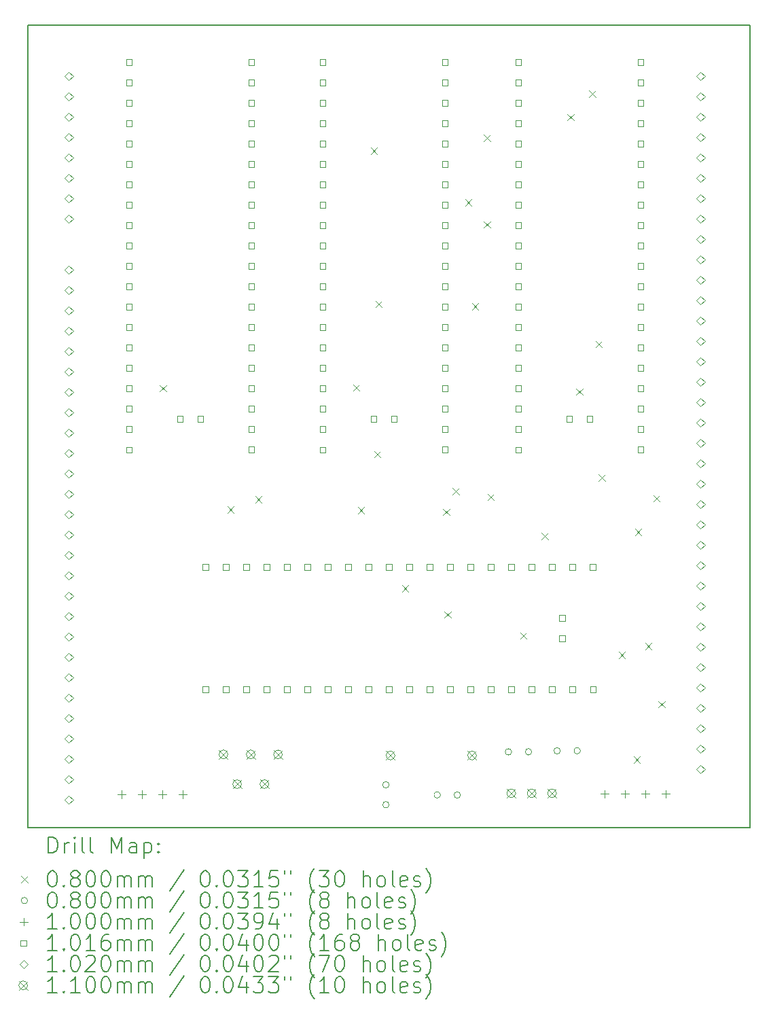
<source format=gbr>
%TF.GenerationSoftware,KiCad,Pcbnew,7.0.10-7.0.10~ubuntu20.04.1*%
%TF.CreationDate,2024-07-24T18:33:02-03:00*%
%TF.ProjectId,Aquisicao_STM_Barramento_v01,41717569-7369-4636-916f-5f53544d5f42,v04*%
%TF.SameCoordinates,Original*%
%TF.FileFunction,Drillmap*%
%TF.FilePolarity,Positive*%
%FSLAX45Y45*%
G04 Gerber Fmt 4.5, Leading zero omitted, Abs format (unit mm)*
G04 Created by KiCad (PCBNEW 7.0.10-7.0.10~ubuntu20.04.1) date 2024-07-24 18:33:02*
%MOMM*%
%LPD*%
G01*
G04 APERTURE LIST*
%ADD10C,0.150000*%
%ADD11C,0.200000*%
%ADD12C,0.100000*%
%ADD13C,0.101600*%
%ADD14C,0.102000*%
%ADD15C,0.110000*%
G04 APERTURE END LIST*
D10*
X19160000Y-5080000D02*
X10160000Y-5080000D01*
X19160000Y-15080000D02*
X19160000Y-5080000D01*
X19159982Y-15079980D02*
X10160000Y-15079980D01*
X10160000Y-5080000D02*
X10160000Y-15079980D01*
D11*
D12*
X11800000Y-9570000D02*
X11880000Y-9650000D01*
X11880000Y-9570000D02*
X11800000Y-9650000D01*
X12643570Y-11078560D02*
X12723570Y-11158560D01*
X12723570Y-11078560D02*
X12643570Y-11158560D01*
X12990030Y-10953480D02*
X13070030Y-11033480D01*
X13070030Y-10953480D02*
X12990030Y-11033480D01*
X14210000Y-9560000D02*
X14290000Y-9640000D01*
X14290000Y-9560000D02*
X14210000Y-9640000D01*
X14270000Y-11090000D02*
X14350000Y-11170000D01*
X14350000Y-11090000D02*
X14270000Y-11170000D01*
X14430000Y-6610000D02*
X14510000Y-6690000D01*
X14510000Y-6610000D02*
X14430000Y-6690000D01*
X14470000Y-10390000D02*
X14550000Y-10470000D01*
X14550000Y-10390000D02*
X14470000Y-10470000D01*
X14490000Y-8520000D02*
X14570000Y-8600000D01*
X14570000Y-8520000D02*
X14490000Y-8600000D01*
X14819480Y-12063810D02*
X14899480Y-12143810D01*
X14899480Y-12063810D02*
X14819480Y-12143810D01*
X15330000Y-11110000D02*
X15410000Y-11190000D01*
X15410000Y-11110000D02*
X15330000Y-11190000D01*
X15350000Y-12390000D02*
X15430000Y-12470000D01*
X15430000Y-12390000D02*
X15350000Y-12470000D01*
X15450230Y-10852020D02*
X15530230Y-10932020D01*
X15530230Y-10852020D02*
X15450230Y-10932020D01*
X15608430Y-7252890D02*
X15688430Y-7332890D01*
X15688430Y-7252890D02*
X15608430Y-7332890D01*
X15690000Y-8550000D02*
X15770000Y-8630000D01*
X15770000Y-8550000D02*
X15690000Y-8630000D01*
X15840000Y-6450000D02*
X15920000Y-6530000D01*
X15920000Y-6450000D02*
X15840000Y-6530000D01*
X15840000Y-7530000D02*
X15920000Y-7610000D01*
X15920000Y-7530000D02*
X15840000Y-7610000D01*
X15883970Y-10922720D02*
X15963970Y-11002720D01*
X15963970Y-10922720D02*
X15883970Y-11002720D01*
X16290000Y-12650000D02*
X16370000Y-12730000D01*
X16370000Y-12650000D02*
X16290000Y-12730000D01*
X16560000Y-11410000D02*
X16640000Y-11490000D01*
X16640000Y-11410000D02*
X16560000Y-11490000D01*
X16880000Y-6190000D02*
X16960000Y-6270000D01*
X16960000Y-6190000D02*
X16880000Y-6270000D01*
X16990000Y-9610000D02*
X17070000Y-9690000D01*
X17070000Y-9610000D02*
X16990000Y-9690000D01*
X17150000Y-5900000D02*
X17230000Y-5980000D01*
X17230000Y-5900000D02*
X17150000Y-5980000D01*
X17230000Y-9020000D02*
X17310000Y-9100000D01*
X17310000Y-9020000D02*
X17230000Y-9100000D01*
X17270000Y-10680000D02*
X17350000Y-10760000D01*
X17350000Y-10680000D02*
X17270000Y-10760000D01*
X17521860Y-12892570D02*
X17601860Y-12972570D01*
X17601860Y-12892570D02*
X17521860Y-12972570D01*
X17706350Y-14194610D02*
X17786350Y-14274610D01*
X17786350Y-14194610D02*
X17706350Y-14274610D01*
X17724970Y-11357650D02*
X17804970Y-11437650D01*
X17804970Y-11357650D02*
X17724970Y-11437650D01*
X17850000Y-12780000D02*
X17930000Y-12860000D01*
X17930000Y-12780000D02*
X17850000Y-12860000D01*
X17950000Y-10940000D02*
X18030000Y-11020000D01*
X18030000Y-10940000D02*
X17950000Y-11020000D01*
X18016360Y-13507090D02*
X18096360Y-13587090D01*
X18096360Y-13507090D02*
X18016360Y-13587090D01*
X14658000Y-14547800D02*
G75*
G03*
X14578000Y-14547800I-40000J0D01*
G01*
X14578000Y-14547800D02*
G75*
G03*
X14658000Y-14547800I40000J0D01*
G01*
X14658000Y-14797800D02*
G75*
G03*
X14578000Y-14797800I-40000J0D01*
G01*
X14578000Y-14797800D02*
G75*
G03*
X14658000Y-14797800I40000J0D01*
G01*
X15297490Y-14675000D02*
G75*
G03*
X15217490Y-14675000I-40000J0D01*
G01*
X15217490Y-14675000D02*
G75*
G03*
X15297490Y-14675000I40000J0D01*
G01*
X15547490Y-14675000D02*
G75*
G03*
X15467490Y-14675000I-40000J0D01*
G01*
X15467490Y-14675000D02*
G75*
G03*
X15547490Y-14675000I40000J0D01*
G01*
X16185500Y-14137800D02*
G75*
G03*
X16105500Y-14137800I-40000J0D01*
G01*
X16105500Y-14137800D02*
G75*
G03*
X16185500Y-14137800I40000J0D01*
G01*
X16435500Y-14137800D02*
G75*
G03*
X16355500Y-14137800I-40000J0D01*
G01*
X16355500Y-14137800D02*
G75*
G03*
X16435500Y-14137800I40000J0D01*
G01*
X16792110Y-14125000D02*
G75*
G03*
X16712110Y-14125000I-40000J0D01*
G01*
X16712110Y-14125000D02*
G75*
G03*
X16792110Y-14125000I40000J0D01*
G01*
X17042110Y-14125000D02*
G75*
G03*
X16962110Y-14125000I-40000J0D01*
G01*
X16962110Y-14125000D02*
G75*
G03*
X17042110Y-14125000I40000J0D01*
G01*
X11325000Y-14620000D02*
X11325000Y-14720000D01*
X11275000Y-14670000D02*
X11375000Y-14670000D01*
X11579000Y-14620000D02*
X11579000Y-14720000D01*
X11529000Y-14670000D02*
X11629000Y-14670000D01*
X11833000Y-14620000D02*
X11833000Y-14720000D01*
X11783000Y-14670000D02*
X11883000Y-14670000D01*
X12087000Y-14620000D02*
X12087000Y-14720000D01*
X12037000Y-14670000D02*
X12137000Y-14670000D01*
X17343000Y-14612500D02*
X17343000Y-14712500D01*
X17293000Y-14662500D02*
X17393000Y-14662500D01*
X17597000Y-14612500D02*
X17597000Y-14712500D01*
X17547000Y-14662500D02*
X17647000Y-14662500D01*
X17851000Y-14612500D02*
X17851000Y-14712500D01*
X17801000Y-14662500D02*
X17901000Y-14662500D01*
X18105000Y-14612500D02*
X18105000Y-14712500D01*
X18055000Y-14662500D02*
X18155000Y-14662500D01*
D13*
X11453921Y-5581001D02*
X11453921Y-5509159D01*
X11382079Y-5509159D01*
X11382079Y-5581001D01*
X11453921Y-5581001D01*
X11453921Y-5835001D02*
X11453921Y-5763159D01*
X11382079Y-5763159D01*
X11382079Y-5835001D01*
X11453921Y-5835001D01*
X11453921Y-6089001D02*
X11453921Y-6017159D01*
X11382079Y-6017159D01*
X11382079Y-6089001D01*
X11453921Y-6089001D01*
X11453921Y-6343001D02*
X11453921Y-6271159D01*
X11382079Y-6271159D01*
X11382079Y-6343001D01*
X11453921Y-6343001D01*
X11453921Y-6597001D02*
X11453921Y-6525159D01*
X11382079Y-6525159D01*
X11382079Y-6597001D01*
X11453921Y-6597001D01*
X11453921Y-6851001D02*
X11453921Y-6779159D01*
X11382079Y-6779159D01*
X11382079Y-6851001D01*
X11453921Y-6851001D01*
X11453921Y-7105001D02*
X11453921Y-7033159D01*
X11382079Y-7033159D01*
X11382079Y-7105001D01*
X11453921Y-7105001D01*
X11453921Y-7359001D02*
X11453921Y-7287159D01*
X11382079Y-7287159D01*
X11382079Y-7359001D01*
X11453921Y-7359001D01*
X11453921Y-7613001D02*
X11453921Y-7541159D01*
X11382079Y-7541159D01*
X11382079Y-7613001D01*
X11453921Y-7613001D01*
X11453921Y-7867001D02*
X11453921Y-7795159D01*
X11382079Y-7795159D01*
X11382079Y-7867001D01*
X11453921Y-7867001D01*
X11453921Y-8121001D02*
X11453921Y-8049159D01*
X11382079Y-8049159D01*
X11382079Y-8121001D01*
X11453921Y-8121001D01*
X11453921Y-8375001D02*
X11453921Y-8303159D01*
X11382079Y-8303159D01*
X11382079Y-8375001D01*
X11453921Y-8375001D01*
X11453921Y-8629001D02*
X11453921Y-8557159D01*
X11382079Y-8557159D01*
X11382079Y-8629001D01*
X11453921Y-8629001D01*
X11453921Y-8883001D02*
X11453921Y-8811159D01*
X11382079Y-8811159D01*
X11382079Y-8883001D01*
X11453921Y-8883001D01*
X11453921Y-9137001D02*
X11453921Y-9065159D01*
X11382079Y-9065159D01*
X11382079Y-9137001D01*
X11453921Y-9137001D01*
X11453921Y-9391001D02*
X11453921Y-9319159D01*
X11382079Y-9319159D01*
X11382079Y-9391001D01*
X11453921Y-9391001D01*
X11453921Y-9645001D02*
X11453921Y-9573159D01*
X11382079Y-9573159D01*
X11382079Y-9645001D01*
X11453921Y-9645001D01*
X11453921Y-9899001D02*
X11453921Y-9827159D01*
X11382079Y-9827159D01*
X11382079Y-9899001D01*
X11453921Y-9899001D01*
X11453921Y-10153001D02*
X11453921Y-10081159D01*
X11382079Y-10081159D01*
X11382079Y-10153001D01*
X11453921Y-10153001D01*
X11453921Y-10412081D02*
X11453921Y-10340239D01*
X11382079Y-10340239D01*
X11382079Y-10412081D01*
X11453921Y-10412081D01*
X12087921Y-10026001D02*
X12087921Y-9954159D01*
X12016079Y-9954159D01*
X12016079Y-10026001D01*
X12087921Y-10026001D01*
X12341921Y-10026001D02*
X12341921Y-9954159D01*
X12270079Y-9954159D01*
X12270079Y-10026001D01*
X12341921Y-10026001D01*
X12405721Y-11871321D02*
X12405721Y-11799479D01*
X12333879Y-11799479D01*
X12333879Y-11871321D01*
X12405721Y-11871321D01*
X12405721Y-13395321D02*
X12405721Y-13323479D01*
X12333879Y-13323479D01*
X12333879Y-13395321D01*
X12405721Y-13395321D01*
X12659721Y-11871321D02*
X12659721Y-11799479D01*
X12587879Y-11799479D01*
X12587879Y-11871321D01*
X12659721Y-11871321D01*
X12659721Y-13395321D02*
X12659721Y-13323479D01*
X12587879Y-13323479D01*
X12587879Y-13395321D01*
X12659721Y-13395321D01*
X12913721Y-11871321D02*
X12913721Y-11799479D01*
X12841879Y-11799479D01*
X12841879Y-11871321D01*
X12913721Y-11871321D01*
X12913721Y-13395321D02*
X12913721Y-13323479D01*
X12841879Y-13323479D01*
X12841879Y-13395321D01*
X12913721Y-13395321D01*
X12977921Y-5581001D02*
X12977921Y-5509159D01*
X12906079Y-5509159D01*
X12906079Y-5581001D01*
X12977921Y-5581001D01*
X12977921Y-5835001D02*
X12977921Y-5763159D01*
X12906079Y-5763159D01*
X12906079Y-5835001D01*
X12977921Y-5835001D01*
X12977921Y-6089001D02*
X12977921Y-6017159D01*
X12906079Y-6017159D01*
X12906079Y-6089001D01*
X12977921Y-6089001D01*
X12977921Y-6343001D02*
X12977921Y-6271159D01*
X12906079Y-6271159D01*
X12906079Y-6343001D01*
X12977921Y-6343001D01*
X12977921Y-6597001D02*
X12977921Y-6525159D01*
X12906079Y-6525159D01*
X12906079Y-6597001D01*
X12977921Y-6597001D01*
X12977921Y-6851001D02*
X12977921Y-6779159D01*
X12906079Y-6779159D01*
X12906079Y-6851001D01*
X12977921Y-6851001D01*
X12977921Y-7105001D02*
X12977921Y-7033159D01*
X12906079Y-7033159D01*
X12906079Y-7105001D01*
X12977921Y-7105001D01*
X12977921Y-7359001D02*
X12977921Y-7287159D01*
X12906079Y-7287159D01*
X12906079Y-7359001D01*
X12977921Y-7359001D01*
X12977921Y-7613001D02*
X12977921Y-7541159D01*
X12906079Y-7541159D01*
X12906079Y-7613001D01*
X12977921Y-7613001D01*
X12977921Y-7867001D02*
X12977921Y-7795159D01*
X12906079Y-7795159D01*
X12906079Y-7867001D01*
X12977921Y-7867001D01*
X12977921Y-8121001D02*
X12977921Y-8049159D01*
X12906079Y-8049159D01*
X12906079Y-8121001D01*
X12977921Y-8121001D01*
X12977921Y-8375001D02*
X12977921Y-8303159D01*
X12906079Y-8303159D01*
X12906079Y-8375001D01*
X12977921Y-8375001D01*
X12977921Y-8629001D02*
X12977921Y-8557159D01*
X12906079Y-8557159D01*
X12906079Y-8629001D01*
X12977921Y-8629001D01*
X12977921Y-8883001D02*
X12977921Y-8811159D01*
X12906079Y-8811159D01*
X12906079Y-8883001D01*
X12977921Y-8883001D01*
X12977921Y-9137001D02*
X12977921Y-9065159D01*
X12906079Y-9065159D01*
X12906079Y-9137001D01*
X12977921Y-9137001D01*
X12977921Y-9391001D02*
X12977921Y-9319159D01*
X12906079Y-9319159D01*
X12906079Y-9391001D01*
X12977921Y-9391001D01*
X12977921Y-9645001D02*
X12977921Y-9573159D01*
X12906079Y-9573159D01*
X12906079Y-9645001D01*
X12977921Y-9645001D01*
X12977921Y-9899001D02*
X12977921Y-9827159D01*
X12906079Y-9827159D01*
X12906079Y-9899001D01*
X12977921Y-9899001D01*
X12977921Y-10153001D02*
X12977921Y-10081159D01*
X12906079Y-10081159D01*
X12906079Y-10153001D01*
X12977921Y-10153001D01*
X12977921Y-10407001D02*
X12977921Y-10335159D01*
X12906079Y-10335159D01*
X12906079Y-10407001D01*
X12977921Y-10407001D01*
X13167721Y-11871321D02*
X13167721Y-11799479D01*
X13095879Y-11799479D01*
X13095879Y-11871321D01*
X13167721Y-11871321D01*
X13167721Y-13395321D02*
X13167721Y-13323479D01*
X13095879Y-13323479D01*
X13095879Y-13395321D01*
X13167721Y-13395321D01*
X13421721Y-11871321D02*
X13421721Y-11799479D01*
X13349879Y-11799479D01*
X13349879Y-11871321D01*
X13421721Y-11871321D01*
X13421721Y-13395321D02*
X13421721Y-13323479D01*
X13349879Y-13323479D01*
X13349879Y-13395321D01*
X13421721Y-13395321D01*
X13675721Y-11871321D02*
X13675721Y-11799479D01*
X13603879Y-11799479D01*
X13603879Y-11871321D01*
X13675721Y-11871321D01*
X13675721Y-13395321D02*
X13675721Y-13323479D01*
X13603879Y-13323479D01*
X13603879Y-13395321D01*
X13675721Y-13395321D01*
X13866921Y-5581001D02*
X13866921Y-5509159D01*
X13795079Y-5509159D01*
X13795079Y-5581001D01*
X13866921Y-5581001D01*
X13866921Y-5835001D02*
X13866921Y-5763159D01*
X13795079Y-5763159D01*
X13795079Y-5835001D01*
X13866921Y-5835001D01*
X13866921Y-6089001D02*
X13866921Y-6017159D01*
X13795079Y-6017159D01*
X13795079Y-6089001D01*
X13866921Y-6089001D01*
X13866921Y-6343001D02*
X13866921Y-6271159D01*
X13795079Y-6271159D01*
X13795079Y-6343001D01*
X13866921Y-6343001D01*
X13866921Y-6597001D02*
X13866921Y-6525159D01*
X13795079Y-6525159D01*
X13795079Y-6597001D01*
X13866921Y-6597001D01*
X13866921Y-6851001D02*
X13866921Y-6779159D01*
X13795079Y-6779159D01*
X13795079Y-6851001D01*
X13866921Y-6851001D01*
X13866921Y-7105001D02*
X13866921Y-7033159D01*
X13795079Y-7033159D01*
X13795079Y-7105001D01*
X13866921Y-7105001D01*
X13866921Y-7359001D02*
X13866921Y-7287159D01*
X13795079Y-7287159D01*
X13795079Y-7359001D01*
X13866921Y-7359001D01*
X13866921Y-7613001D02*
X13866921Y-7541159D01*
X13795079Y-7541159D01*
X13795079Y-7613001D01*
X13866921Y-7613001D01*
X13866921Y-7867001D02*
X13866921Y-7795159D01*
X13795079Y-7795159D01*
X13795079Y-7867001D01*
X13866921Y-7867001D01*
X13866921Y-8121001D02*
X13866921Y-8049159D01*
X13795079Y-8049159D01*
X13795079Y-8121001D01*
X13866921Y-8121001D01*
X13866921Y-8375001D02*
X13866921Y-8303159D01*
X13795079Y-8303159D01*
X13795079Y-8375001D01*
X13866921Y-8375001D01*
X13866921Y-8629001D02*
X13866921Y-8557159D01*
X13795079Y-8557159D01*
X13795079Y-8629001D01*
X13866921Y-8629001D01*
X13866921Y-8883001D02*
X13866921Y-8811159D01*
X13795079Y-8811159D01*
X13795079Y-8883001D01*
X13866921Y-8883001D01*
X13866921Y-9137001D02*
X13866921Y-9065159D01*
X13795079Y-9065159D01*
X13795079Y-9137001D01*
X13866921Y-9137001D01*
X13866921Y-9391001D02*
X13866921Y-9319159D01*
X13795079Y-9319159D01*
X13795079Y-9391001D01*
X13866921Y-9391001D01*
X13866921Y-9645001D02*
X13866921Y-9573159D01*
X13795079Y-9573159D01*
X13795079Y-9645001D01*
X13866921Y-9645001D01*
X13866921Y-9899001D02*
X13866921Y-9827159D01*
X13795079Y-9827159D01*
X13795079Y-9899001D01*
X13866921Y-9899001D01*
X13866921Y-10153001D02*
X13866921Y-10081159D01*
X13795079Y-10081159D01*
X13795079Y-10153001D01*
X13866921Y-10153001D01*
X13866921Y-10412081D02*
X13866921Y-10340239D01*
X13795079Y-10340239D01*
X13795079Y-10412081D01*
X13866921Y-10412081D01*
X13929721Y-11871321D02*
X13929721Y-11799479D01*
X13857879Y-11799479D01*
X13857879Y-11871321D01*
X13929721Y-11871321D01*
X13929721Y-13395321D02*
X13929721Y-13323479D01*
X13857879Y-13323479D01*
X13857879Y-13395321D01*
X13929721Y-13395321D01*
X14183721Y-11871321D02*
X14183721Y-11799479D01*
X14111879Y-11799479D01*
X14111879Y-11871321D01*
X14183721Y-11871321D01*
X14183721Y-13395321D02*
X14183721Y-13323479D01*
X14111879Y-13323479D01*
X14111879Y-13395321D01*
X14183721Y-13395321D01*
X14437721Y-11871321D02*
X14437721Y-11799479D01*
X14365879Y-11799479D01*
X14365879Y-11871321D01*
X14437721Y-11871321D01*
X14437721Y-13395321D02*
X14437721Y-13323479D01*
X14365879Y-13323479D01*
X14365879Y-13395321D01*
X14437721Y-13395321D01*
X14500921Y-10026001D02*
X14500921Y-9954159D01*
X14429079Y-9954159D01*
X14429079Y-10026001D01*
X14500921Y-10026001D01*
X14691721Y-11871321D02*
X14691721Y-11799479D01*
X14619879Y-11799479D01*
X14619879Y-11871321D01*
X14691721Y-11871321D01*
X14691721Y-13395321D02*
X14691721Y-13323479D01*
X14619879Y-13323479D01*
X14619879Y-13395321D01*
X14691721Y-13395321D01*
X14754921Y-10026001D02*
X14754921Y-9954159D01*
X14683079Y-9954159D01*
X14683079Y-10026001D01*
X14754921Y-10026001D01*
X14945721Y-11871321D02*
X14945721Y-11799479D01*
X14873879Y-11799479D01*
X14873879Y-11871321D01*
X14945721Y-11871321D01*
X14945721Y-13395321D02*
X14945721Y-13323479D01*
X14873879Y-13323479D01*
X14873879Y-13395321D01*
X14945721Y-13395321D01*
X15199721Y-11871321D02*
X15199721Y-11799479D01*
X15127879Y-11799479D01*
X15127879Y-11871321D01*
X15199721Y-11871321D01*
X15199721Y-13395321D02*
X15199721Y-13323479D01*
X15127879Y-13323479D01*
X15127879Y-13395321D01*
X15199721Y-13395321D01*
X15390921Y-5581001D02*
X15390921Y-5509159D01*
X15319079Y-5509159D01*
X15319079Y-5581001D01*
X15390921Y-5581001D01*
X15390921Y-5835001D02*
X15390921Y-5763159D01*
X15319079Y-5763159D01*
X15319079Y-5835001D01*
X15390921Y-5835001D01*
X15390921Y-6089001D02*
X15390921Y-6017159D01*
X15319079Y-6017159D01*
X15319079Y-6089001D01*
X15390921Y-6089001D01*
X15390921Y-6343001D02*
X15390921Y-6271159D01*
X15319079Y-6271159D01*
X15319079Y-6343001D01*
X15390921Y-6343001D01*
X15390921Y-6597001D02*
X15390921Y-6525159D01*
X15319079Y-6525159D01*
X15319079Y-6597001D01*
X15390921Y-6597001D01*
X15390921Y-6851001D02*
X15390921Y-6779159D01*
X15319079Y-6779159D01*
X15319079Y-6851001D01*
X15390921Y-6851001D01*
X15390921Y-7105001D02*
X15390921Y-7033159D01*
X15319079Y-7033159D01*
X15319079Y-7105001D01*
X15390921Y-7105001D01*
X15390921Y-7359001D02*
X15390921Y-7287159D01*
X15319079Y-7287159D01*
X15319079Y-7359001D01*
X15390921Y-7359001D01*
X15390921Y-7613001D02*
X15390921Y-7541159D01*
X15319079Y-7541159D01*
X15319079Y-7613001D01*
X15390921Y-7613001D01*
X15390921Y-7867001D02*
X15390921Y-7795159D01*
X15319079Y-7795159D01*
X15319079Y-7867001D01*
X15390921Y-7867001D01*
X15390921Y-8121001D02*
X15390921Y-8049159D01*
X15319079Y-8049159D01*
X15319079Y-8121001D01*
X15390921Y-8121001D01*
X15390921Y-8375001D02*
X15390921Y-8303159D01*
X15319079Y-8303159D01*
X15319079Y-8375001D01*
X15390921Y-8375001D01*
X15390921Y-8629001D02*
X15390921Y-8557159D01*
X15319079Y-8557159D01*
X15319079Y-8629001D01*
X15390921Y-8629001D01*
X15390921Y-8883001D02*
X15390921Y-8811159D01*
X15319079Y-8811159D01*
X15319079Y-8883001D01*
X15390921Y-8883001D01*
X15390921Y-9137001D02*
X15390921Y-9065159D01*
X15319079Y-9065159D01*
X15319079Y-9137001D01*
X15390921Y-9137001D01*
X15390921Y-9391001D02*
X15390921Y-9319159D01*
X15319079Y-9319159D01*
X15319079Y-9391001D01*
X15390921Y-9391001D01*
X15390921Y-9645001D02*
X15390921Y-9573159D01*
X15319079Y-9573159D01*
X15319079Y-9645001D01*
X15390921Y-9645001D01*
X15390921Y-9899001D02*
X15390921Y-9827159D01*
X15319079Y-9827159D01*
X15319079Y-9899001D01*
X15390921Y-9899001D01*
X15390921Y-10153001D02*
X15390921Y-10081159D01*
X15319079Y-10081159D01*
X15319079Y-10153001D01*
X15390921Y-10153001D01*
X15390921Y-10407001D02*
X15390921Y-10335159D01*
X15319079Y-10335159D01*
X15319079Y-10407001D01*
X15390921Y-10407001D01*
X15453721Y-11871321D02*
X15453721Y-11799479D01*
X15381879Y-11799479D01*
X15381879Y-11871321D01*
X15453721Y-11871321D01*
X15453721Y-13395321D02*
X15453721Y-13323479D01*
X15381879Y-13323479D01*
X15381879Y-13395321D01*
X15453721Y-13395321D01*
X15707721Y-11871321D02*
X15707721Y-11799479D01*
X15635879Y-11799479D01*
X15635879Y-11871321D01*
X15707721Y-11871321D01*
X15707721Y-13395321D02*
X15707721Y-13323479D01*
X15635879Y-13323479D01*
X15635879Y-13395321D01*
X15707721Y-13395321D01*
X15961721Y-11871321D02*
X15961721Y-11799479D01*
X15889879Y-11799479D01*
X15889879Y-11871321D01*
X15961721Y-11871321D01*
X15961721Y-13395321D02*
X15961721Y-13323479D01*
X15889879Y-13323479D01*
X15889879Y-13395321D01*
X15961721Y-13395321D01*
X16215721Y-11871321D02*
X16215721Y-11799479D01*
X16143879Y-11799479D01*
X16143879Y-11871321D01*
X16215721Y-11871321D01*
X16215721Y-13395321D02*
X16215721Y-13323479D01*
X16143879Y-13323479D01*
X16143879Y-13395321D01*
X16215721Y-13395321D01*
X16305321Y-5581001D02*
X16305321Y-5509159D01*
X16233479Y-5509159D01*
X16233479Y-5581001D01*
X16305321Y-5581001D01*
X16305321Y-5835001D02*
X16305321Y-5763159D01*
X16233479Y-5763159D01*
X16233479Y-5835001D01*
X16305321Y-5835001D01*
X16305321Y-6089001D02*
X16305321Y-6017159D01*
X16233479Y-6017159D01*
X16233479Y-6089001D01*
X16305321Y-6089001D01*
X16305321Y-6343001D02*
X16305321Y-6271159D01*
X16233479Y-6271159D01*
X16233479Y-6343001D01*
X16305321Y-6343001D01*
X16305321Y-6597001D02*
X16305321Y-6525159D01*
X16233479Y-6525159D01*
X16233479Y-6597001D01*
X16305321Y-6597001D01*
X16305321Y-6851001D02*
X16305321Y-6779159D01*
X16233479Y-6779159D01*
X16233479Y-6851001D01*
X16305321Y-6851001D01*
X16305321Y-7105001D02*
X16305321Y-7033159D01*
X16233479Y-7033159D01*
X16233479Y-7105001D01*
X16305321Y-7105001D01*
X16305321Y-7359001D02*
X16305321Y-7287159D01*
X16233479Y-7287159D01*
X16233479Y-7359001D01*
X16305321Y-7359001D01*
X16305321Y-7613001D02*
X16305321Y-7541159D01*
X16233479Y-7541159D01*
X16233479Y-7613001D01*
X16305321Y-7613001D01*
X16305321Y-7867001D02*
X16305321Y-7795159D01*
X16233479Y-7795159D01*
X16233479Y-7867001D01*
X16305321Y-7867001D01*
X16305321Y-8121001D02*
X16305321Y-8049159D01*
X16233479Y-8049159D01*
X16233479Y-8121001D01*
X16305321Y-8121001D01*
X16305321Y-8375001D02*
X16305321Y-8303159D01*
X16233479Y-8303159D01*
X16233479Y-8375001D01*
X16305321Y-8375001D01*
X16305321Y-8629001D02*
X16305321Y-8557159D01*
X16233479Y-8557159D01*
X16233479Y-8629001D01*
X16305321Y-8629001D01*
X16305321Y-8883001D02*
X16305321Y-8811159D01*
X16233479Y-8811159D01*
X16233479Y-8883001D01*
X16305321Y-8883001D01*
X16305321Y-9137001D02*
X16305321Y-9065159D01*
X16233479Y-9065159D01*
X16233479Y-9137001D01*
X16305321Y-9137001D01*
X16305321Y-9391001D02*
X16305321Y-9319159D01*
X16233479Y-9319159D01*
X16233479Y-9391001D01*
X16305321Y-9391001D01*
X16305321Y-9645001D02*
X16305321Y-9573159D01*
X16233479Y-9573159D01*
X16233479Y-9645001D01*
X16305321Y-9645001D01*
X16305321Y-9899001D02*
X16305321Y-9827159D01*
X16233479Y-9827159D01*
X16233479Y-9899001D01*
X16305321Y-9899001D01*
X16305321Y-10153001D02*
X16305321Y-10081159D01*
X16233479Y-10081159D01*
X16233479Y-10153001D01*
X16305321Y-10153001D01*
X16305321Y-10412081D02*
X16305321Y-10340239D01*
X16233479Y-10340239D01*
X16233479Y-10412081D01*
X16305321Y-10412081D01*
X16469721Y-11871321D02*
X16469721Y-11799479D01*
X16397879Y-11799479D01*
X16397879Y-11871321D01*
X16469721Y-11871321D01*
X16469721Y-13395321D02*
X16469721Y-13323479D01*
X16397879Y-13323479D01*
X16397879Y-13395321D01*
X16469721Y-13395321D01*
X16723721Y-11871321D02*
X16723721Y-11799479D01*
X16651879Y-11799479D01*
X16651879Y-11871321D01*
X16723721Y-11871321D01*
X16723721Y-13395321D02*
X16723721Y-13323479D01*
X16651879Y-13323479D01*
X16651879Y-13395321D01*
X16723721Y-13395321D01*
X16850721Y-12507321D02*
X16850721Y-12435479D01*
X16778879Y-12435479D01*
X16778879Y-12507321D01*
X16850721Y-12507321D01*
X16850721Y-12761321D02*
X16850721Y-12689479D01*
X16778879Y-12689479D01*
X16778879Y-12761321D01*
X16850721Y-12761321D01*
X16939321Y-10026001D02*
X16939321Y-9954159D01*
X16867479Y-9954159D01*
X16867479Y-10026001D01*
X16939321Y-10026001D01*
X16977721Y-11871321D02*
X16977721Y-11799479D01*
X16905879Y-11799479D01*
X16905879Y-11871321D01*
X16977721Y-11871321D01*
X16977721Y-13395321D02*
X16977721Y-13323479D01*
X16905879Y-13323479D01*
X16905879Y-13395321D01*
X16977721Y-13395321D01*
X17193321Y-10026001D02*
X17193321Y-9954159D01*
X17121479Y-9954159D01*
X17121479Y-10026001D01*
X17193321Y-10026001D01*
X17231721Y-11871321D02*
X17231721Y-11799479D01*
X17159879Y-11799479D01*
X17159879Y-11871321D01*
X17231721Y-11871321D01*
X17236801Y-13395321D02*
X17236801Y-13323479D01*
X17164959Y-13323479D01*
X17164959Y-13395321D01*
X17236801Y-13395321D01*
X17829321Y-5581001D02*
X17829321Y-5509159D01*
X17757479Y-5509159D01*
X17757479Y-5581001D01*
X17829321Y-5581001D01*
X17829321Y-5835001D02*
X17829321Y-5763159D01*
X17757479Y-5763159D01*
X17757479Y-5835001D01*
X17829321Y-5835001D01*
X17829321Y-6089001D02*
X17829321Y-6017159D01*
X17757479Y-6017159D01*
X17757479Y-6089001D01*
X17829321Y-6089001D01*
X17829321Y-6343001D02*
X17829321Y-6271159D01*
X17757479Y-6271159D01*
X17757479Y-6343001D01*
X17829321Y-6343001D01*
X17829321Y-6597001D02*
X17829321Y-6525159D01*
X17757479Y-6525159D01*
X17757479Y-6597001D01*
X17829321Y-6597001D01*
X17829321Y-6851001D02*
X17829321Y-6779159D01*
X17757479Y-6779159D01*
X17757479Y-6851001D01*
X17829321Y-6851001D01*
X17829321Y-7105001D02*
X17829321Y-7033159D01*
X17757479Y-7033159D01*
X17757479Y-7105001D01*
X17829321Y-7105001D01*
X17829321Y-7359001D02*
X17829321Y-7287159D01*
X17757479Y-7287159D01*
X17757479Y-7359001D01*
X17829321Y-7359001D01*
X17829321Y-7613001D02*
X17829321Y-7541159D01*
X17757479Y-7541159D01*
X17757479Y-7613001D01*
X17829321Y-7613001D01*
X17829321Y-7867001D02*
X17829321Y-7795159D01*
X17757479Y-7795159D01*
X17757479Y-7867001D01*
X17829321Y-7867001D01*
X17829321Y-8121001D02*
X17829321Y-8049159D01*
X17757479Y-8049159D01*
X17757479Y-8121001D01*
X17829321Y-8121001D01*
X17829321Y-8375001D02*
X17829321Y-8303159D01*
X17757479Y-8303159D01*
X17757479Y-8375001D01*
X17829321Y-8375001D01*
X17829321Y-8629001D02*
X17829321Y-8557159D01*
X17757479Y-8557159D01*
X17757479Y-8629001D01*
X17829321Y-8629001D01*
X17829321Y-8883001D02*
X17829321Y-8811159D01*
X17757479Y-8811159D01*
X17757479Y-8883001D01*
X17829321Y-8883001D01*
X17829321Y-9137001D02*
X17829321Y-9065159D01*
X17757479Y-9065159D01*
X17757479Y-9137001D01*
X17829321Y-9137001D01*
X17829321Y-9391001D02*
X17829321Y-9319159D01*
X17757479Y-9319159D01*
X17757479Y-9391001D01*
X17829321Y-9391001D01*
X17829321Y-9645001D02*
X17829321Y-9573159D01*
X17757479Y-9573159D01*
X17757479Y-9645001D01*
X17829321Y-9645001D01*
X17829321Y-9899001D02*
X17829321Y-9827159D01*
X17757479Y-9827159D01*
X17757479Y-9899001D01*
X17829321Y-9899001D01*
X17829321Y-10153001D02*
X17829321Y-10081159D01*
X17757479Y-10081159D01*
X17757479Y-10153001D01*
X17829321Y-10153001D01*
X17829321Y-10407001D02*
X17829321Y-10335159D01*
X17757479Y-10335159D01*
X17757479Y-10407001D01*
X17829321Y-10407001D01*
D14*
X10668000Y-5766000D02*
X10719000Y-5715000D01*
X10668000Y-5664000D01*
X10617000Y-5715000D01*
X10668000Y-5766000D01*
X10668000Y-6020000D02*
X10719000Y-5969000D01*
X10668000Y-5918000D01*
X10617000Y-5969000D01*
X10668000Y-6020000D01*
X10668000Y-6274000D02*
X10719000Y-6223000D01*
X10668000Y-6172000D01*
X10617000Y-6223000D01*
X10668000Y-6274000D01*
X10668000Y-6528000D02*
X10719000Y-6477000D01*
X10668000Y-6426000D01*
X10617000Y-6477000D01*
X10668000Y-6528000D01*
X10668000Y-6782000D02*
X10719000Y-6731000D01*
X10668000Y-6680000D01*
X10617000Y-6731000D01*
X10668000Y-6782000D01*
X10668000Y-7036000D02*
X10719000Y-6985000D01*
X10668000Y-6934000D01*
X10617000Y-6985000D01*
X10668000Y-7036000D01*
X10668000Y-7290000D02*
X10719000Y-7239000D01*
X10668000Y-7188000D01*
X10617000Y-7239000D01*
X10668000Y-7290000D01*
X10668000Y-7544000D02*
X10719000Y-7493000D01*
X10668000Y-7442000D01*
X10617000Y-7493000D01*
X10668000Y-7544000D01*
X10668000Y-8179000D02*
X10719000Y-8128000D01*
X10668000Y-8077000D01*
X10617000Y-8128000D01*
X10668000Y-8179000D01*
X10668000Y-8433000D02*
X10719000Y-8382000D01*
X10668000Y-8331000D01*
X10617000Y-8382000D01*
X10668000Y-8433000D01*
X10668000Y-8687000D02*
X10719000Y-8636000D01*
X10668000Y-8585000D01*
X10617000Y-8636000D01*
X10668000Y-8687000D01*
X10668000Y-8941000D02*
X10719000Y-8890000D01*
X10668000Y-8839000D01*
X10617000Y-8890000D01*
X10668000Y-8941000D01*
X10668000Y-9195000D02*
X10719000Y-9144000D01*
X10668000Y-9093000D01*
X10617000Y-9144000D01*
X10668000Y-9195000D01*
X10668000Y-9449000D02*
X10719000Y-9398000D01*
X10668000Y-9347000D01*
X10617000Y-9398000D01*
X10668000Y-9449000D01*
X10668000Y-9703000D02*
X10719000Y-9652000D01*
X10668000Y-9601000D01*
X10617000Y-9652000D01*
X10668000Y-9703000D01*
X10668000Y-9957000D02*
X10719000Y-9906000D01*
X10668000Y-9855000D01*
X10617000Y-9906000D01*
X10668000Y-9957000D01*
X10668000Y-10211000D02*
X10719000Y-10160000D01*
X10668000Y-10109000D01*
X10617000Y-10160000D01*
X10668000Y-10211000D01*
X10668000Y-10465000D02*
X10719000Y-10414000D01*
X10668000Y-10363000D01*
X10617000Y-10414000D01*
X10668000Y-10465000D01*
X10668000Y-10719000D02*
X10719000Y-10668000D01*
X10668000Y-10617000D01*
X10617000Y-10668000D01*
X10668000Y-10719000D01*
X10668000Y-10973000D02*
X10719000Y-10922000D01*
X10668000Y-10871000D01*
X10617000Y-10922000D01*
X10668000Y-10973000D01*
X10668000Y-11227000D02*
X10719000Y-11176000D01*
X10668000Y-11125000D01*
X10617000Y-11176000D01*
X10668000Y-11227000D01*
X10668000Y-11481000D02*
X10719000Y-11430000D01*
X10668000Y-11379000D01*
X10617000Y-11430000D01*
X10668000Y-11481000D01*
X10668000Y-11735000D02*
X10719000Y-11684000D01*
X10668000Y-11633000D01*
X10617000Y-11684000D01*
X10668000Y-11735000D01*
X10668000Y-11989000D02*
X10719000Y-11938000D01*
X10668000Y-11887000D01*
X10617000Y-11938000D01*
X10668000Y-11989000D01*
X10668000Y-12243000D02*
X10719000Y-12192000D01*
X10668000Y-12141000D01*
X10617000Y-12192000D01*
X10668000Y-12243000D01*
X10668000Y-12497000D02*
X10719000Y-12446000D01*
X10668000Y-12395000D01*
X10617000Y-12446000D01*
X10668000Y-12497000D01*
X10668000Y-12751000D02*
X10719000Y-12700000D01*
X10668000Y-12649000D01*
X10617000Y-12700000D01*
X10668000Y-12751000D01*
X10668000Y-13005000D02*
X10719000Y-12954000D01*
X10668000Y-12903000D01*
X10617000Y-12954000D01*
X10668000Y-13005000D01*
X10668000Y-13259000D02*
X10719000Y-13208000D01*
X10668000Y-13157000D01*
X10617000Y-13208000D01*
X10668000Y-13259000D01*
X10668000Y-13513000D02*
X10719000Y-13462000D01*
X10668000Y-13411000D01*
X10617000Y-13462000D01*
X10668000Y-13513000D01*
X10668000Y-13767000D02*
X10719000Y-13716000D01*
X10668000Y-13665000D01*
X10617000Y-13716000D01*
X10668000Y-13767000D01*
X10668000Y-14021000D02*
X10719000Y-13970000D01*
X10668000Y-13919000D01*
X10617000Y-13970000D01*
X10668000Y-14021000D01*
X10668000Y-14275000D02*
X10719000Y-14224000D01*
X10668000Y-14173000D01*
X10617000Y-14224000D01*
X10668000Y-14275000D01*
X10668000Y-14529000D02*
X10719000Y-14478000D01*
X10668000Y-14427000D01*
X10617000Y-14478000D01*
X10668000Y-14529000D01*
X10668000Y-14783000D02*
X10719000Y-14732000D01*
X10668000Y-14681000D01*
X10617000Y-14732000D01*
X10668000Y-14783000D01*
X18542000Y-5766000D02*
X18593000Y-5715000D01*
X18542000Y-5664000D01*
X18491000Y-5715000D01*
X18542000Y-5766000D01*
X18542000Y-6020000D02*
X18593000Y-5969000D01*
X18542000Y-5918000D01*
X18491000Y-5969000D01*
X18542000Y-6020000D01*
X18542000Y-6274000D02*
X18593000Y-6223000D01*
X18542000Y-6172000D01*
X18491000Y-6223000D01*
X18542000Y-6274000D01*
X18542000Y-6528000D02*
X18593000Y-6477000D01*
X18542000Y-6426000D01*
X18491000Y-6477000D01*
X18542000Y-6528000D01*
X18542000Y-6782000D02*
X18593000Y-6731000D01*
X18542000Y-6680000D01*
X18491000Y-6731000D01*
X18542000Y-6782000D01*
X18542000Y-7036000D02*
X18593000Y-6985000D01*
X18542000Y-6934000D01*
X18491000Y-6985000D01*
X18542000Y-7036000D01*
X18542000Y-7290000D02*
X18593000Y-7239000D01*
X18542000Y-7188000D01*
X18491000Y-7239000D01*
X18542000Y-7290000D01*
X18542000Y-7544000D02*
X18593000Y-7493000D01*
X18542000Y-7442000D01*
X18491000Y-7493000D01*
X18542000Y-7544000D01*
X18542000Y-7798000D02*
X18593000Y-7747000D01*
X18542000Y-7696000D01*
X18491000Y-7747000D01*
X18542000Y-7798000D01*
X18542000Y-8052000D02*
X18593000Y-8001000D01*
X18542000Y-7950000D01*
X18491000Y-8001000D01*
X18542000Y-8052000D01*
X18542000Y-8306000D02*
X18593000Y-8255000D01*
X18542000Y-8204000D01*
X18491000Y-8255000D01*
X18542000Y-8306000D01*
X18542000Y-8560000D02*
X18593000Y-8509000D01*
X18542000Y-8458000D01*
X18491000Y-8509000D01*
X18542000Y-8560000D01*
X18542000Y-8814000D02*
X18593000Y-8763000D01*
X18542000Y-8712000D01*
X18491000Y-8763000D01*
X18542000Y-8814000D01*
X18542000Y-9068000D02*
X18593000Y-9017000D01*
X18542000Y-8966000D01*
X18491000Y-9017000D01*
X18542000Y-9068000D01*
X18542000Y-9322000D02*
X18593000Y-9271000D01*
X18542000Y-9220000D01*
X18491000Y-9271000D01*
X18542000Y-9322000D01*
X18542000Y-9576000D02*
X18593000Y-9525000D01*
X18542000Y-9474000D01*
X18491000Y-9525000D01*
X18542000Y-9576000D01*
X18542000Y-9830000D02*
X18593000Y-9779000D01*
X18542000Y-9728000D01*
X18491000Y-9779000D01*
X18542000Y-9830000D01*
X18542000Y-10084000D02*
X18593000Y-10033000D01*
X18542000Y-9982000D01*
X18491000Y-10033000D01*
X18542000Y-10084000D01*
X18542000Y-10338000D02*
X18593000Y-10287000D01*
X18542000Y-10236000D01*
X18491000Y-10287000D01*
X18542000Y-10338000D01*
X18542000Y-10592000D02*
X18593000Y-10541000D01*
X18542000Y-10490000D01*
X18491000Y-10541000D01*
X18542000Y-10592000D01*
X18542000Y-10846000D02*
X18593000Y-10795000D01*
X18542000Y-10744000D01*
X18491000Y-10795000D01*
X18542000Y-10846000D01*
X18542000Y-11100000D02*
X18593000Y-11049000D01*
X18542000Y-10998000D01*
X18491000Y-11049000D01*
X18542000Y-11100000D01*
X18542000Y-11354000D02*
X18593000Y-11303000D01*
X18542000Y-11252000D01*
X18491000Y-11303000D01*
X18542000Y-11354000D01*
X18542000Y-11608000D02*
X18593000Y-11557000D01*
X18542000Y-11506000D01*
X18491000Y-11557000D01*
X18542000Y-11608000D01*
X18542000Y-11862000D02*
X18593000Y-11811000D01*
X18542000Y-11760000D01*
X18491000Y-11811000D01*
X18542000Y-11862000D01*
X18542000Y-12116000D02*
X18593000Y-12065000D01*
X18542000Y-12014000D01*
X18491000Y-12065000D01*
X18542000Y-12116000D01*
X18542000Y-12370000D02*
X18593000Y-12319000D01*
X18542000Y-12268000D01*
X18491000Y-12319000D01*
X18542000Y-12370000D01*
X18542000Y-12624000D02*
X18593000Y-12573000D01*
X18542000Y-12522000D01*
X18491000Y-12573000D01*
X18542000Y-12624000D01*
X18542000Y-12878000D02*
X18593000Y-12827000D01*
X18542000Y-12776000D01*
X18491000Y-12827000D01*
X18542000Y-12878000D01*
X18542000Y-13132000D02*
X18593000Y-13081000D01*
X18542000Y-13030000D01*
X18491000Y-13081000D01*
X18542000Y-13132000D01*
X18542000Y-13386000D02*
X18593000Y-13335000D01*
X18542000Y-13284000D01*
X18491000Y-13335000D01*
X18542000Y-13386000D01*
X18542000Y-13640000D02*
X18593000Y-13589000D01*
X18542000Y-13538000D01*
X18491000Y-13589000D01*
X18542000Y-13640000D01*
X18542000Y-13894000D02*
X18593000Y-13843000D01*
X18542000Y-13792000D01*
X18491000Y-13843000D01*
X18542000Y-13894000D01*
X18542000Y-14148000D02*
X18593000Y-14097000D01*
X18542000Y-14046000D01*
X18491000Y-14097000D01*
X18542000Y-14148000D01*
X18542000Y-14402000D02*
X18593000Y-14351000D01*
X18542000Y-14300000D01*
X18491000Y-14351000D01*
X18542000Y-14402000D01*
D15*
X12538600Y-14115000D02*
X12648600Y-14225000D01*
X12648600Y-14115000D02*
X12538600Y-14225000D01*
X12648600Y-14170000D02*
G75*
G03*
X12538600Y-14170000I-55000J0D01*
G01*
X12538600Y-14170000D02*
G75*
G03*
X12648600Y-14170000I55000J0D01*
G01*
X12708600Y-14485000D02*
X12818600Y-14595000D01*
X12818600Y-14485000D02*
X12708600Y-14595000D01*
X12818600Y-14540000D02*
G75*
G03*
X12708600Y-14540000I-55000J0D01*
G01*
X12708600Y-14540000D02*
G75*
G03*
X12818600Y-14540000I55000J0D01*
G01*
X12878600Y-14115000D02*
X12988600Y-14225000D01*
X12988600Y-14115000D02*
X12878600Y-14225000D01*
X12988600Y-14170000D02*
G75*
G03*
X12878600Y-14170000I-55000J0D01*
G01*
X12878600Y-14170000D02*
G75*
G03*
X12988600Y-14170000I55000J0D01*
G01*
X13048600Y-14485000D02*
X13158600Y-14595000D01*
X13158600Y-14485000D02*
X13048600Y-14595000D01*
X13158600Y-14540000D02*
G75*
G03*
X13048600Y-14540000I-55000J0D01*
G01*
X13048600Y-14540000D02*
G75*
G03*
X13158600Y-14540000I55000J0D01*
G01*
X13218600Y-14115000D02*
X13328600Y-14225000D01*
X13328600Y-14115000D02*
X13218600Y-14225000D01*
X13328600Y-14170000D02*
G75*
G03*
X13218600Y-14170000I-55000J0D01*
G01*
X13218600Y-14170000D02*
G75*
G03*
X13328600Y-14170000I55000J0D01*
G01*
X14620400Y-14128300D02*
X14730400Y-14238300D01*
X14730400Y-14128300D02*
X14620400Y-14238300D01*
X14730400Y-14183300D02*
G75*
G03*
X14620400Y-14183300I-55000J0D01*
G01*
X14620400Y-14183300D02*
G75*
G03*
X14730400Y-14183300I55000J0D01*
G01*
X15636400Y-14128300D02*
X15746400Y-14238300D01*
X15746400Y-14128300D02*
X15636400Y-14238300D01*
X15746400Y-14183300D02*
G75*
G03*
X15636400Y-14183300I-55000J0D01*
G01*
X15636400Y-14183300D02*
G75*
G03*
X15746400Y-14183300I55000J0D01*
G01*
X16126000Y-14600000D02*
X16236000Y-14710000D01*
X16236000Y-14600000D02*
X16126000Y-14710000D01*
X16236000Y-14655000D02*
G75*
G03*
X16126000Y-14655000I-55000J0D01*
G01*
X16126000Y-14655000D02*
G75*
G03*
X16236000Y-14655000I55000J0D01*
G01*
X16380000Y-14600000D02*
X16490000Y-14710000D01*
X16490000Y-14600000D02*
X16380000Y-14710000D01*
X16490000Y-14655000D02*
G75*
G03*
X16380000Y-14655000I-55000J0D01*
G01*
X16380000Y-14655000D02*
G75*
G03*
X16490000Y-14655000I55000J0D01*
G01*
X16634000Y-14600000D02*
X16744000Y-14710000D01*
X16744000Y-14600000D02*
X16634000Y-14710000D01*
X16744000Y-14655000D02*
G75*
G03*
X16634000Y-14655000I-55000J0D01*
G01*
X16634000Y-14655000D02*
G75*
G03*
X16744000Y-14655000I55000J0D01*
G01*
D11*
X10413277Y-15398984D02*
X10413277Y-15198984D01*
X10413277Y-15198984D02*
X10460896Y-15198984D01*
X10460896Y-15198984D02*
X10489467Y-15208508D01*
X10489467Y-15208508D02*
X10508515Y-15227555D01*
X10508515Y-15227555D02*
X10518039Y-15246603D01*
X10518039Y-15246603D02*
X10527563Y-15284698D01*
X10527563Y-15284698D02*
X10527563Y-15313269D01*
X10527563Y-15313269D02*
X10518039Y-15351365D01*
X10518039Y-15351365D02*
X10508515Y-15370412D01*
X10508515Y-15370412D02*
X10489467Y-15389460D01*
X10489467Y-15389460D02*
X10460896Y-15398984D01*
X10460896Y-15398984D02*
X10413277Y-15398984D01*
X10613277Y-15398984D02*
X10613277Y-15265650D01*
X10613277Y-15303746D02*
X10622801Y-15284698D01*
X10622801Y-15284698D02*
X10632324Y-15275174D01*
X10632324Y-15275174D02*
X10651372Y-15265650D01*
X10651372Y-15265650D02*
X10670420Y-15265650D01*
X10737086Y-15398984D02*
X10737086Y-15265650D01*
X10737086Y-15198984D02*
X10727563Y-15208508D01*
X10727563Y-15208508D02*
X10737086Y-15218031D01*
X10737086Y-15218031D02*
X10746610Y-15208508D01*
X10746610Y-15208508D02*
X10737086Y-15198984D01*
X10737086Y-15198984D02*
X10737086Y-15218031D01*
X10860896Y-15398984D02*
X10841848Y-15389460D01*
X10841848Y-15389460D02*
X10832324Y-15370412D01*
X10832324Y-15370412D02*
X10832324Y-15198984D01*
X10965658Y-15398984D02*
X10946610Y-15389460D01*
X10946610Y-15389460D02*
X10937086Y-15370412D01*
X10937086Y-15370412D02*
X10937086Y-15198984D01*
X11194229Y-15398984D02*
X11194229Y-15198984D01*
X11194229Y-15198984D02*
X11260896Y-15341841D01*
X11260896Y-15341841D02*
X11327562Y-15198984D01*
X11327562Y-15198984D02*
X11327562Y-15398984D01*
X11508515Y-15398984D02*
X11508515Y-15294222D01*
X11508515Y-15294222D02*
X11498991Y-15275174D01*
X11498991Y-15275174D02*
X11479943Y-15265650D01*
X11479943Y-15265650D02*
X11441848Y-15265650D01*
X11441848Y-15265650D02*
X11422801Y-15275174D01*
X11508515Y-15389460D02*
X11489467Y-15398984D01*
X11489467Y-15398984D02*
X11441848Y-15398984D01*
X11441848Y-15398984D02*
X11422801Y-15389460D01*
X11422801Y-15389460D02*
X11413277Y-15370412D01*
X11413277Y-15370412D02*
X11413277Y-15351365D01*
X11413277Y-15351365D02*
X11422801Y-15332317D01*
X11422801Y-15332317D02*
X11441848Y-15322793D01*
X11441848Y-15322793D02*
X11489467Y-15322793D01*
X11489467Y-15322793D02*
X11508515Y-15313269D01*
X11603753Y-15265650D02*
X11603753Y-15465650D01*
X11603753Y-15275174D02*
X11622801Y-15265650D01*
X11622801Y-15265650D02*
X11660896Y-15265650D01*
X11660896Y-15265650D02*
X11679943Y-15275174D01*
X11679943Y-15275174D02*
X11689467Y-15284698D01*
X11689467Y-15284698D02*
X11698991Y-15303746D01*
X11698991Y-15303746D02*
X11698991Y-15360888D01*
X11698991Y-15360888D02*
X11689467Y-15379936D01*
X11689467Y-15379936D02*
X11679943Y-15389460D01*
X11679943Y-15389460D02*
X11660896Y-15398984D01*
X11660896Y-15398984D02*
X11622801Y-15398984D01*
X11622801Y-15398984D02*
X11603753Y-15389460D01*
X11784705Y-15379936D02*
X11794229Y-15389460D01*
X11794229Y-15389460D02*
X11784705Y-15398984D01*
X11784705Y-15398984D02*
X11775182Y-15389460D01*
X11775182Y-15389460D02*
X11784705Y-15379936D01*
X11784705Y-15379936D02*
X11784705Y-15398984D01*
X11784705Y-15275174D02*
X11794229Y-15284698D01*
X11794229Y-15284698D02*
X11784705Y-15294222D01*
X11784705Y-15294222D02*
X11775182Y-15284698D01*
X11775182Y-15284698D02*
X11784705Y-15275174D01*
X11784705Y-15275174D02*
X11784705Y-15294222D01*
D12*
X10072500Y-15687500D02*
X10152500Y-15767500D01*
X10152500Y-15687500D02*
X10072500Y-15767500D01*
D11*
X10451372Y-15618984D02*
X10470420Y-15618984D01*
X10470420Y-15618984D02*
X10489467Y-15628508D01*
X10489467Y-15628508D02*
X10498991Y-15638031D01*
X10498991Y-15638031D02*
X10508515Y-15657079D01*
X10508515Y-15657079D02*
X10518039Y-15695174D01*
X10518039Y-15695174D02*
X10518039Y-15742793D01*
X10518039Y-15742793D02*
X10508515Y-15780888D01*
X10508515Y-15780888D02*
X10498991Y-15799936D01*
X10498991Y-15799936D02*
X10489467Y-15809460D01*
X10489467Y-15809460D02*
X10470420Y-15818984D01*
X10470420Y-15818984D02*
X10451372Y-15818984D01*
X10451372Y-15818984D02*
X10432324Y-15809460D01*
X10432324Y-15809460D02*
X10422801Y-15799936D01*
X10422801Y-15799936D02*
X10413277Y-15780888D01*
X10413277Y-15780888D02*
X10403753Y-15742793D01*
X10403753Y-15742793D02*
X10403753Y-15695174D01*
X10403753Y-15695174D02*
X10413277Y-15657079D01*
X10413277Y-15657079D02*
X10422801Y-15638031D01*
X10422801Y-15638031D02*
X10432324Y-15628508D01*
X10432324Y-15628508D02*
X10451372Y-15618984D01*
X10603753Y-15799936D02*
X10613277Y-15809460D01*
X10613277Y-15809460D02*
X10603753Y-15818984D01*
X10603753Y-15818984D02*
X10594229Y-15809460D01*
X10594229Y-15809460D02*
X10603753Y-15799936D01*
X10603753Y-15799936D02*
X10603753Y-15818984D01*
X10727563Y-15704698D02*
X10708515Y-15695174D01*
X10708515Y-15695174D02*
X10698991Y-15685650D01*
X10698991Y-15685650D02*
X10689467Y-15666603D01*
X10689467Y-15666603D02*
X10689467Y-15657079D01*
X10689467Y-15657079D02*
X10698991Y-15638031D01*
X10698991Y-15638031D02*
X10708515Y-15628508D01*
X10708515Y-15628508D02*
X10727563Y-15618984D01*
X10727563Y-15618984D02*
X10765658Y-15618984D01*
X10765658Y-15618984D02*
X10784705Y-15628508D01*
X10784705Y-15628508D02*
X10794229Y-15638031D01*
X10794229Y-15638031D02*
X10803753Y-15657079D01*
X10803753Y-15657079D02*
X10803753Y-15666603D01*
X10803753Y-15666603D02*
X10794229Y-15685650D01*
X10794229Y-15685650D02*
X10784705Y-15695174D01*
X10784705Y-15695174D02*
X10765658Y-15704698D01*
X10765658Y-15704698D02*
X10727563Y-15704698D01*
X10727563Y-15704698D02*
X10708515Y-15714222D01*
X10708515Y-15714222D02*
X10698991Y-15723746D01*
X10698991Y-15723746D02*
X10689467Y-15742793D01*
X10689467Y-15742793D02*
X10689467Y-15780888D01*
X10689467Y-15780888D02*
X10698991Y-15799936D01*
X10698991Y-15799936D02*
X10708515Y-15809460D01*
X10708515Y-15809460D02*
X10727563Y-15818984D01*
X10727563Y-15818984D02*
X10765658Y-15818984D01*
X10765658Y-15818984D02*
X10784705Y-15809460D01*
X10784705Y-15809460D02*
X10794229Y-15799936D01*
X10794229Y-15799936D02*
X10803753Y-15780888D01*
X10803753Y-15780888D02*
X10803753Y-15742793D01*
X10803753Y-15742793D02*
X10794229Y-15723746D01*
X10794229Y-15723746D02*
X10784705Y-15714222D01*
X10784705Y-15714222D02*
X10765658Y-15704698D01*
X10927563Y-15618984D02*
X10946610Y-15618984D01*
X10946610Y-15618984D02*
X10965658Y-15628508D01*
X10965658Y-15628508D02*
X10975182Y-15638031D01*
X10975182Y-15638031D02*
X10984705Y-15657079D01*
X10984705Y-15657079D02*
X10994229Y-15695174D01*
X10994229Y-15695174D02*
X10994229Y-15742793D01*
X10994229Y-15742793D02*
X10984705Y-15780888D01*
X10984705Y-15780888D02*
X10975182Y-15799936D01*
X10975182Y-15799936D02*
X10965658Y-15809460D01*
X10965658Y-15809460D02*
X10946610Y-15818984D01*
X10946610Y-15818984D02*
X10927563Y-15818984D01*
X10927563Y-15818984D02*
X10908515Y-15809460D01*
X10908515Y-15809460D02*
X10898991Y-15799936D01*
X10898991Y-15799936D02*
X10889467Y-15780888D01*
X10889467Y-15780888D02*
X10879944Y-15742793D01*
X10879944Y-15742793D02*
X10879944Y-15695174D01*
X10879944Y-15695174D02*
X10889467Y-15657079D01*
X10889467Y-15657079D02*
X10898991Y-15638031D01*
X10898991Y-15638031D02*
X10908515Y-15628508D01*
X10908515Y-15628508D02*
X10927563Y-15618984D01*
X11118039Y-15618984D02*
X11137086Y-15618984D01*
X11137086Y-15618984D02*
X11156134Y-15628508D01*
X11156134Y-15628508D02*
X11165658Y-15638031D01*
X11165658Y-15638031D02*
X11175182Y-15657079D01*
X11175182Y-15657079D02*
X11184705Y-15695174D01*
X11184705Y-15695174D02*
X11184705Y-15742793D01*
X11184705Y-15742793D02*
X11175182Y-15780888D01*
X11175182Y-15780888D02*
X11165658Y-15799936D01*
X11165658Y-15799936D02*
X11156134Y-15809460D01*
X11156134Y-15809460D02*
X11137086Y-15818984D01*
X11137086Y-15818984D02*
X11118039Y-15818984D01*
X11118039Y-15818984D02*
X11098991Y-15809460D01*
X11098991Y-15809460D02*
X11089467Y-15799936D01*
X11089467Y-15799936D02*
X11079944Y-15780888D01*
X11079944Y-15780888D02*
X11070420Y-15742793D01*
X11070420Y-15742793D02*
X11070420Y-15695174D01*
X11070420Y-15695174D02*
X11079944Y-15657079D01*
X11079944Y-15657079D02*
X11089467Y-15638031D01*
X11089467Y-15638031D02*
X11098991Y-15628508D01*
X11098991Y-15628508D02*
X11118039Y-15618984D01*
X11270420Y-15818984D02*
X11270420Y-15685650D01*
X11270420Y-15704698D02*
X11279943Y-15695174D01*
X11279943Y-15695174D02*
X11298991Y-15685650D01*
X11298991Y-15685650D02*
X11327563Y-15685650D01*
X11327563Y-15685650D02*
X11346610Y-15695174D01*
X11346610Y-15695174D02*
X11356134Y-15714222D01*
X11356134Y-15714222D02*
X11356134Y-15818984D01*
X11356134Y-15714222D02*
X11365658Y-15695174D01*
X11365658Y-15695174D02*
X11384705Y-15685650D01*
X11384705Y-15685650D02*
X11413277Y-15685650D01*
X11413277Y-15685650D02*
X11432324Y-15695174D01*
X11432324Y-15695174D02*
X11441848Y-15714222D01*
X11441848Y-15714222D02*
X11441848Y-15818984D01*
X11537086Y-15818984D02*
X11537086Y-15685650D01*
X11537086Y-15704698D02*
X11546610Y-15695174D01*
X11546610Y-15695174D02*
X11565658Y-15685650D01*
X11565658Y-15685650D02*
X11594229Y-15685650D01*
X11594229Y-15685650D02*
X11613277Y-15695174D01*
X11613277Y-15695174D02*
X11622801Y-15714222D01*
X11622801Y-15714222D02*
X11622801Y-15818984D01*
X11622801Y-15714222D02*
X11632324Y-15695174D01*
X11632324Y-15695174D02*
X11651372Y-15685650D01*
X11651372Y-15685650D02*
X11679943Y-15685650D01*
X11679943Y-15685650D02*
X11698991Y-15695174D01*
X11698991Y-15695174D02*
X11708515Y-15714222D01*
X11708515Y-15714222D02*
X11708515Y-15818984D01*
X12098991Y-15609460D02*
X11927563Y-15866603D01*
X12356134Y-15618984D02*
X12375182Y-15618984D01*
X12375182Y-15618984D02*
X12394229Y-15628508D01*
X12394229Y-15628508D02*
X12403753Y-15638031D01*
X12403753Y-15638031D02*
X12413277Y-15657079D01*
X12413277Y-15657079D02*
X12422801Y-15695174D01*
X12422801Y-15695174D02*
X12422801Y-15742793D01*
X12422801Y-15742793D02*
X12413277Y-15780888D01*
X12413277Y-15780888D02*
X12403753Y-15799936D01*
X12403753Y-15799936D02*
X12394229Y-15809460D01*
X12394229Y-15809460D02*
X12375182Y-15818984D01*
X12375182Y-15818984D02*
X12356134Y-15818984D01*
X12356134Y-15818984D02*
X12337086Y-15809460D01*
X12337086Y-15809460D02*
X12327563Y-15799936D01*
X12327563Y-15799936D02*
X12318039Y-15780888D01*
X12318039Y-15780888D02*
X12308515Y-15742793D01*
X12308515Y-15742793D02*
X12308515Y-15695174D01*
X12308515Y-15695174D02*
X12318039Y-15657079D01*
X12318039Y-15657079D02*
X12327563Y-15638031D01*
X12327563Y-15638031D02*
X12337086Y-15628508D01*
X12337086Y-15628508D02*
X12356134Y-15618984D01*
X12508515Y-15799936D02*
X12518039Y-15809460D01*
X12518039Y-15809460D02*
X12508515Y-15818984D01*
X12508515Y-15818984D02*
X12498991Y-15809460D01*
X12498991Y-15809460D02*
X12508515Y-15799936D01*
X12508515Y-15799936D02*
X12508515Y-15818984D01*
X12641848Y-15618984D02*
X12660896Y-15618984D01*
X12660896Y-15618984D02*
X12679944Y-15628508D01*
X12679944Y-15628508D02*
X12689467Y-15638031D01*
X12689467Y-15638031D02*
X12698991Y-15657079D01*
X12698991Y-15657079D02*
X12708515Y-15695174D01*
X12708515Y-15695174D02*
X12708515Y-15742793D01*
X12708515Y-15742793D02*
X12698991Y-15780888D01*
X12698991Y-15780888D02*
X12689467Y-15799936D01*
X12689467Y-15799936D02*
X12679944Y-15809460D01*
X12679944Y-15809460D02*
X12660896Y-15818984D01*
X12660896Y-15818984D02*
X12641848Y-15818984D01*
X12641848Y-15818984D02*
X12622801Y-15809460D01*
X12622801Y-15809460D02*
X12613277Y-15799936D01*
X12613277Y-15799936D02*
X12603753Y-15780888D01*
X12603753Y-15780888D02*
X12594229Y-15742793D01*
X12594229Y-15742793D02*
X12594229Y-15695174D01*
X12594229Y-15695174D02*
X12603753Y-15657079D01*
X12603753Y-15657079D02*
X12613277Y-15638031D01*
X12613277Y-15638031D02*
X12622801Y-15628508D01*
X12622801Y-15628508D02*
X12641848Y-15618984D01*
X12775182Y-15618984D02*
X12898991Y-15618984D01*
X12898991Y-15618984D02*
X12832325Y-15695174D01*
X12832325Y-15695174D02*
X12860896Y-15695174D01*
X12860896Y-15695174D02*
X12879944Y-15704698D01*
X12879944Y-15704698D02*
X12889467Y-15714222D01*
X12889467Y-15714222D02*
X12898991Y-15733269D01*
X12898991Y-15733269D02*
X12898991Y-15780888D01*
X12898991Y-15780888D02*
X12889467Y-15799936D01*
X12889467Y-15799936D02*
X12879944Y-15809460D01*
X12879944Y-15809460D02*
X12860896Y-15818984D01*
X12860896Y-15818984D02*
X12803753Y-15818984D01*
X12803753Y-15818984D02*
X12784706Y-15809460D01*
X12784706Y-15809460D02*
X12775182Y-15799936D01*
X13089467Y-15818984D02*
X12975182Y-15818984D01*
X13032325Y-15818984D02*
X13032325Y-15618984D01*
X13032325Y-15618984D02*
X13013277Y-15647555D01*
X13013277Y-15647555D02*
X12994229Y-15666603D01*
X12994229Y-15666603D02*
X12975182Y-15676127D01*
X13270420Y-15618984D02*
X13175182Y-15618984D01*
X13175182Y-15618984D02*
X13165658Y-15714222D01*
X13165658Y-15714222D02*
X13175182Y-15704698D01*
X13175182Y-15704698D02*
X13194229Y-15695174D01*
X13194229Y-15695174D02*
X13241848Y-15695174D01*
X13241848Y-15695174D02*
X13260896Y-15704698D01*
X13260896Y-15704698D02*
X13270420Y-15714222D01*
X13270420Y-15714222D02*
X13279944Y-15733269D01*
X13279944Y-15733269D02*
X13279944Y-15780888D01*
X13279944Y-15780888D02*
X13270420Y-15799936D01*
X13270420Y-15799936D02*
X13260896Y-15809460D01*
X13260896Y-15809460D02*
X13241848Y-15818984D01*
X13241848Y-15818984D02*
X13194229Y-15818984D01*
X13194229Y-15818984D02*
X13175182Y-15809460D01*
X13175182Y-15809460D02*
X13165658Y-15799936D01*
X13356134Y-15618984D02*
X13356134Y-15657079D01*
X13432325Y-15618984D02*
X13432325Y-15657079D01*
X13727563Y-15895174D02*
X13718039Y-15885650D01*
X13718039Y-15885650D02*
X13698991Y-15857079D01*
X13698991Y-15857079D02*
X13689468Y-15838031D01*
X13689468Y-15838031D02*
X13679944Y-15809460D01*
X13679944Y-15809460D02*
X13670420Y-15761841D01*
X13670420Y-15761841D02*
X13670420Y-15723746D01*
X13670420Y-15723746D02*
X13679944Y-15676127D01*
X13679944Y-15676127D02*
X13689468Y-15647555D01*
X13689468Y-15647555D02*
X13698991Y-15628508D01*
X13698991Y-15628508D02*
X13718039Y-15599936D01*
X13718039Y-15599936D02*
X13727563Y-15590412D01*
X13784706Y-15618984D02*
X13908515Y-15618984D01*
X13908515Y-15618984D02*
X13841848Y-15695174D01*
X13841848Y-15695174D02*
X13870420Y-15695174D01*
X13870420Y-15695174D02*
X13889468Y-15704698D01*
X13889468Y-15704698D02*
X13898991Y-15714222D01*
X13898991Y-15714222D02*
X13908515Y-15733269D01*
X13908515Y-15733269D02*
X13908515Y-15780888D01*
X13908515Y-15780888D02*
X13898991Y-15799936D01*
X13898991Y-15799936D02*
X13889468Y-15809460D01*
X13889468Y-15809460D02*
X13870420Y-15818984D01*
X13870420Y-15818984D02*
X13813277Y-15818984D01*
X13813277Y-15818984D02*
X13794229Y-15809460D01*
X13794229Y-15809460D02*
X13784706Y-15799936D01*
X14032325Y-15618984D02*
X14051372Y-15618984D01*
X14051372Y-15618984D02*
X14070420Y-15628508D01*
X14070420Y-15628508D02*
X14079944Y-15638031D01*
X14079944Y-15638031D02*
X14089468Y-15657079D01*
X14089468Y-15657079D02*
X14098991Y-15695174D01*
X14098991Y-15695174D02*
X14098991Y-15742793D01*
X14098991Y-15742793D02*
X14089468Y-15780888D01*
X14089468Y-15780888D02*
X14079944Y-15799936D01*
X14079944Y-15799936D02*
X14070420Y-15809460D01*
X14070420Y-15809460D02*
X14051372Y-15818984D01*
X14051372Y-15818984D02*
X14032325Y-15818984D01*
X14032325Y-15818984D02*
X14013277Y-15809460D01*
X14013277Y-15809460D02*
X14003753Y-15799936D01*
X14003753Y-15799936D02*
X13994229Y-15780888D01*
X13994229Y-15780888D02*
X13984706Y-15742793D01*
X13984706Y-15742793D02*
X13984706Y-15695174D01*
X13984706Y-15695174D02*
X13994229Y-15657079D01*
X13994229Y-15657079D02*
X14003753Y-15638031D01*
X14003753Y-15638031D02*
X14013277Y-15628508D01*
X14013277Y-15628508D02*
X14032325Y-15618984D01*
X14337087Y-15818984D02*
X14337087Y-15618984D01*
X14422801Y-15818984D02*
X14422801Y-15714222D01*
X14422801Y-15714222D02*
X14413277Y-15695174D01*
X14413277Y-15695174D02*
X14394230Y-15685650D01*
X14394230Y-15685650D02*
X14365658Y-15685650D01*
X14365658Y-15685650D02*
X14346610Y-15695174D01*
X14346610Y-15695174D02*
X14337087Y-15704698D01*
X14546610Y-15818984D02*
X14527563Y-15809460D01*
X14527563Y-15809460D02*
X14518039Y-15799936D01*
X14518039Y-15799936D02*
X14508515Y-15780888D01*
X14508515Y-15780888D02*
X14508515Y-15723746D01*
X14508515Y-15723746D02*
X14518039Y-15704698D01*
X14518039Y-15704698D02*
X14527563Y-15695174D01*
X14527563Y-15695174D02*
X14546610Y-15685650D01*
X14546610Y-15685650D02*
X14575182Y-15685650D01*
X14575182Y-15685650D02*
X14594230Y-15695174D01*
X14594230Y-15695174D02*
X14603753Y-15704698D01*
X14603753Y-15704698D02*
X14613277Y-15723746D01*
X14613277Y-15723746D02*
X14613277Y-15780888D01*
X14613277Y-15780888D02*
X14603753Y-15799936D01*
X14603753Y-15799936D02*
X14594230Y-15809460D01*
X14594230Y-15809460D02*
X14575182Y-15818984D01*
X14575182Y-15818984D02*
X14546610Y-15818984D01*
X14727563Y-15818984D02*
X14708515Y-15809460D01*
X14708515Y-15809460D02*
X14698991Y-15790412D01*
X14698991Y-15790412D02*
X14698991Y-15618984D01*
X14879944Y-15809460D02*
X14860896Y-15818984D01*
X14860896Y-15818984D02*
X14822801Y-15818984D01*
X14822801Y-15818984D02*
X14803753Y-15809460D01*
X14803753Y-15809460D02*
X14794230Y-15790412D01*
X14794230Y-15790412D02*
X14794230Y-15714222D01*
X14794230Y-15714222D02*
X14803753Y-15695174D01*
X14803753Y-15695174D02*
X14822801Y-15685650D01*
X14822801Y-15685650D02*
X14860896Y-15685650D01*
X14860896Y-15685650D02*
X14879944Y-15695174D01*
X14879944Y-15695174D02*
X14889468Y-15714222D01*
X14889468Y-15714222D02*
X14889468Y-15733269D01*
X14889468Y-15733269D02*
X14794230Y-15752317D01*
X14965658Y-15809460D02*
X14984706Y-15818984D01*
X14984706Y-15818984D02*
X15022801Y-15818984D01*
X15022801Y-15818984D02*
X15041849Y-15809460D01*
X15041849Y-15809460D02*
X15051372Y-15790412D01*
X15051372Y-15790412D02*
X15051372Y-15780888D01*
X15051372Y-15780888D02*
X15041849Y-15761841D01*
X15041849Y-15761841D02*
X15022801Y-15752317D01*
X15022801Y-15752317D02*
X14994230Y-15752317D01*
X14994230Y-15752317D02*
X14975182Y-15742793D01*
X14975182Y-15742793D02*
X14965658Y-15723746D01*
X14965658Y-15723746D02*
X14965658Y-15714222D01*
X14965658Y-15714222D02*
X14975182Y-15695174D01*
X14975182Y-15695174D02*
X14994230Y-15685650D01*
X14994230Y-15685650D02*
X15022801Y-15685650D01*
X15022801Y-15685650D02*
X15041849Y-15695174D01*
X15118039Y-15895174D02*
X15127563Y-15885650D01*
X15127563Y-15885650D02*
X15146611Y-15857079D01*
X15146611Y-15857079D02*
X15156134Y-15838031D01*
X15156134Y-15838031D02*
X15165658Y-15809460D01*
X15165658Y-15809460D02*
X15175182Y-15761841D01*
X15175182Y-15761841D02*
X15175182Y-15723746D01*
X15175182Y-15723746D02*
X15165658Y-15676127D01*
X15165658Y-15676127D02*
X15156134Y-15647555D01*
X15156134Y-15647555D02*
X15146611Y-15628508D01*
X15146611Y-15628508D02*
X15127563Y-15599936D01*
X15127563Y-15599936D02*
X15118039Y-15590412D01*
D12*
X10152500Y-15991500D02*
G75*
G03*
X10072500Y-15991500I-40000J0D01*
G01*
X10072500Y-15991500D02*
G75*
G03*
X10152500Y-15991500I40000J0D01*
G01*
D11*
X10451372Y-15882984D02*
X10470420Y-15882984D01*
X10470420Y-15882984D02*
X10489467Y-15892508D01*
X10489467Y-15892508D02*
X10498991Y-15902031D01*
X10498991Y-15902031D02*
X10508515Y-15921079D01*
X10508515Y-15921079D02*
X10518039Y-15959174D01*
X10518039Y-15959174D02*
X10518039Y-16006793D01*
X10518039Y-16006793D02*
X10508515Y-16044888D01*
X10508515Y-16044888D02*
X10498991Y-16063936D01*
X10498991Y-16063936D02*
X10489467Y-16073460D01*
X10489467Y-16073460D02*
X10470420Y-16082984D01*
X10470420Y-16082984D02*
X10451372Y-16082984D01*
X10451372Y-16082984D02*
X10432324Y-16073460D01*
X10432324Y-16073460D02*
X10422801Y-16063936D01*
X10422801Y-16063936D02*
X10413277Y-16044888D01*
X10413277Y-16044888D02*
X10403753Y-16006793D01*
X10403753Y-16006793D02*
X10403753Y-15959174D01*
X10403753Y-15959174D02*
X10413277Y-15921079D01*
X10413277Y-15921079D02*
X10422801Y-15902031D01*
X10422801Y-15902031D02*
X10432324Y-15892508D01*
X10432324Y-15892508D02*
X10451372Y-15882984D01*
X10603753Y-16063936D02*
X10613277Y-16073460D01*
X10613277Y-16073460D02*
X10603753Y-16082984D01*
X10603753Y-16082984D02*
X10594229Y-16073460D01*
X10594229Y-16073460D02*
X10603753Y-16063936D01*
X10603753Y-16063936D02*
X10603753Y-16082984D01*
X10727563Y-15968698D02*
X10708515Y-15959174D01*
X10708515Y-15959174D02*
X10698991Y-15949650D01*
X10698991Y-15949650D02*
X10689467Y-15930603D01*
X10689467Y-15930603D02*
X10689467Y-15921079D01*
X10689467Y-15921079D02*
X10698991Y-15902031D01*
X10698991Y-15902031D02*
X10708515Y-15892508D01*
X10708515Y-15892508D02*
X10727563Y-15882984D01*
X10727563Y-15882984D02*
X10765658Y-15882984D01*
X10765658Y-15882984D02*
X10784705Y-15892508D01*
X10784705Y-15892508D02*
X10794229Y-15902031D01*
X10794229Y-15902031D02*
X10803753Y-15921079D01*
X10803753Y-15921079D02*
X10803753Y-15930603D01*
X10803753Y-15930603D02*
X10794229Y-15949650D01*
X10794229Y-15949650D02*
X10784705Y-15959174D01*
X10784705Y-15959174D02*
X10765658Y-15968698D01*
X10765658Y-15968698D02*
X10727563Y-15968698D01*
X10727563Y-15968698D02*
X10708515Y-15978222D01*
X10708515Y-15978222D02*
X10698991Y-15987746D01*
X10698991Y-15987746D02*
X10689467Y-16006793D01*
X10689467Y-16006793D02*
X10689467Y-16044888D01*
X10689467Y-16044888D02*
X10698991Y-16063936D01*
X10698991Y-16063936D02*
X10708515Y-16073460D01*
X10708515Y-16073460D02*
X10727563Y-16082984D01*
X10727563Y-16082984D02*
X10765658Y-16082984D01*
X10765658Y-16082984D02*
X10784705Y-16073460D01*
X10784705Y-16073460D02*
X10794229Y-16063936D01*
X10794229Y-16063936D02*
X10803753Y-16044888D01*
X10803753Y-16044888D02*
X10803753Y-16006793D01*
X10803753Y-16006793D02*
X10794229Y-15987746D01*
X10794229Y-15987746D02*
X10784705Y-15978222D01*
X10784705Y-15978222D02*
X10765658Y-15968698D01*
X10927563Y-15882984D02*
X10946610Y-15882984D01*
X10946610Y-15882984D02*
X10965658Y-15892508D01*
X10965658Y-15892508D02*
X10975182Y-15902031D01*
X10975182Y-15902031D02*
X10984705Y-15921079D01*
X10984705Y-15921079D02*
X10994229Y-15959174D01*
X10994229Y-15959174D02*
X10994229Y-16006793D01*
X10994229Y-16006793D02*
X10984705Y-16044888D01*
X10984705Y-16044888D02*
X10975182Y-16063936D01*
X10975182Y-16063936D02*
X10965658Y-16073460D01*
X10965658Y-16073460D02*
X10946610Y-16082984D01*
X10946610Y-16082984D02*
X10927563Y-16082984D01*
X10927563Y-16082984D02*
X10908515Y-16073460D01*
X10908515Y-16073460D02*
X10898991Y-16063936D01*
X10898991Y-16063936D02*
X10889467Y-16044888D01*
X10889467Y-16044888D02*
X10879944Y-16006793D01*
X10879944Y-16006793D02*
X10879944Y-15959174D01*
X10879944Y-15959174D02*
X10889467Y-15921079D01*
X10889467Y-15921079D02*
X10898991Y-15902031D01*
X10898991Y-15902031D02*
X10908515Y-15892508D01*
X10908515Y-15892508D02*
X10927563Y-15882984D01*
X11118039Y-15882984D02*
X11137086Y-15882984D01*
X11137086Y-15882984D02*
X11156134Y-15892508D01*
X11156134Y-15892508D02*
X11165658Y-15902031D01*
X11165658Y-15902031D02*
X11175182Y-15921079D01*
X11175182Y-15921079D02*
X11184705Y-15959174D01*
X11184705Y-15959174D02*
X11184705Y-16006793D01*
X11184705Y-16006793D02*
X11175182Y-16044888D01*
X11175182Y-16044888D02*
X11165658Y-16063936D01*
X11165658Y-16063936D02*
X11156134Y-16073460D01*
X11156134Y-16073460D02*
X11137086Y-16082984D01*
X11137086Y-16082984D02*
X11118039Y-16082984D01*
X11118039Y-16082984D02*
X11098991Y-16073460D01*
X11098991Y-16073460D02*
X11089467Y-16063936D01*
X11089467Y-16063936D02*
X11079944Y-16044888D01*
X11079944Y-16044888D02*
X11070420Y-16006793D01*
X11070420Y-16006793D02*
X11070420Y-15959174D01*
X11070420Y-15959174D02*
X11079944Y-15921079D01*
X11079944Y-15921079D02*
X11089467Y-15902031D01*
X11089467Y-15902031D02*
X11098991Y-15892508D01*
X11098991Y-15892508D02*
X11118039Y-15882984D01*
X11270420Y-16082984D02*
X11270420Y-15949650D01*
X11270420Y-15968698D02*
X11279943Y-15959174D01*
X11279943Y-15959174D02*
X11298991Y-15949650D01*
X11298991Y-15949650D02*
X11327563Y-15949650D01*
X11327563Y-15949650D02*
X11346610Y-15959174D01*
X11346610Y-15959174D02*
X11356134Y-15978222D01*
X11356134Y-15978222D02*
X11356134Y-16082984D01*
X11356134Y-15978222D02*
X11365658Y-15959174D01*
X11365658Y-15959174D02*
X11384705Y-15949650D01*
X11384705Y-15949650D02*
X11413277Y-15949650D01*
X11413277Y-15949650D02*
X11432324Y-15959174D01*
X11432324Y-15959174D02*
X11441848Y-15978222D01*
X11441848Y-15978222D02*
X11441848Y-16082984D01*
X11537086Y-16082984D02*
X11537086Y-15949650D01*
X11537086Y-15968698D02*
X11546610Y-15959174D01*
X11546610Y-15959174D02*
X11565658Y-15949650D01*
X11565658Y-15949650D02*
X11594229Y-15949650D01*
X11594229Y-15949650D02*
X11613277Y-15959174D01*
X11613277Y-15959174D02*
X11622801Y-15978222D01*
X11622801Y-15978222D02*
X11622801Y-16082984D01*
X11622801Y-15978222D02*
X11632324Y-15959174D01*
X11632324Y-15959174D02*
X11651372Y-15949650D01*
X11651372Y-15949650D02*
X11679943Y-15949650D01*
X11679943Y-15949650D02*
X11698991Y-15959174D01*
X11698991Y-15959174D02*
X11708515Y-15978222D01*
X11708515Y-15978222D02*
X11708515Y-16082984D01*
X12098991Y-15873460D02*
X11927563Y-16130603D01*
X12356134Y-15882984D02*
X12375182Y-15882984D01*
X12375182Y-15882984D02*
X12394229Y-15892508D01*
X12394229Y-15892508D02*
X12403753Y-15902031D01*
X12403753Y-15902031D02*
X12413277Y-15921079D01*
X12413277Y-15921079D02*
X12422801Y-15959174D01*
X12422801Y-15959174D02*
X12422801Y-16006793D01*
X12422801Y-16006793D02*
X12413277Y-16044888D01*
X12413277Y-16044888D02*
X12403753Y-16063936D01*
X12403753Y-16063936D02*
X12394229Y-16073460D01*
X12394229Y-16073460D02*
X12375182Y-16082984D01*
X12375182Y-16082984D02*
X12356134Y-16082984D01*
X12356134Y-16082984D02*
X12337086Y-16073460D01*
X12337086Y-16073460D02*
X12327563Y-16063936D01*
X12327563Y-16063936D02*
X12318039Y-16044888D01*
X12318039Y-16044888D02*
X12308515Y-16006793D01*
X12308515Y-16006793D02*
X12308515Y-15959174D01*
X12308515Y-15959174D02*
X12318039Y-15921079D01*
X12318039Y-15921079D02*
X12327563Y-15902031D01*
X12327563Y-15902031D02*
X12337086Y-15892508D01*
X12337086Y-15892508D02*
X12356134Y-15882984D01*
X12508515Y-16063936D02*
X12518039Y-16073460D01*
X12518039Y-16073460D02*
X12508515Y-16082984D01*
X12508515Y-16082984D02*
X12498991Y-16073460D01*
X12498991Y-16073460D02*
X12508515Y-16063936D01*
X12508515Y-16063936D02*
X12508515Y-16082984D01*
X12641848Y-15882984D02*
X12660896Y-15882984D01*
X12660896Y-15882984D02*
X12679944Y-15892508D01*
X12679944Y-15892508D02*
X12689467Y-15902031D01*
X12689467Y-15902031D02*
X12698991Y-15921079D01*
X12698991Y-15921079D02*
X12708515Y-15959174D01*
X12708515Y-15959174D02*
X12708515Y-16006793D01*
X12708515Y-16006793D02*
X12698991Y-16044888D01*
X12698991Y-16044888D02*
X12689467Y-16063936D01*
X12689467Y-16063936D02*
X12679944Y-16073460D01*
X12679944Y-16073460D02*
X12660896Y-16082984D01*
X12660896Y-16082984D02*
X12641848Y-16082984D01*
X12641848Y-16082984D02*
X12622801Y-16073460D01*
X12622801Y-16073460D02*
X12613277Y-16063936D01*
X12613277Y-16063936D02*
X12603753Y-16044888D01*
X12603753Y-16044888D02*
X12594229Y-16006793D01*
X12594229Y-16006793D02*
X12594229Y-15959174D01*
X12594229Y-15959174D02*
X12603753Y-15921079D01*
X12603753Y-15921079D02*
X12613277Y-15902031D01*
X12613277Y-15902031D02*
X12622801Y-15892508D01*
X12622801Y-15892508D02*
X12641848Y-15882984D01*
X12775182Y-15882984D02*
X12898991Y-15882984D01*
X12898991Y-15882984D02*
X12832325Y-15959174D01*
X12832325Y-15959174D02*
X12860896Y-15959174D01*
X12860896Y-15959174D02*
X12879944Y-15968698D01*
X12879944Y-15968698D02*
X12889467Y-15978222D01*
X12889467Y-15978222D02*
X12898991Y-15997269D01*
X12898991Y-15997269D02*
X12898991Y-16044888D01*
X12898991Y-16044888D02*
X12889467Y-16063936D01*
X12889467Y-16063936D02*
X12879944Y-16073460D01*
X12879944Y-16073460D02*
X12860896Y-16082984D01*
X12860896Y-16082984D02*
X12803753Y-16082984D01*
X12803753Y-16082984D02*
X12784706Y-16073460D01*
X12784706Y-16073460D02*
X12775182Y-16063936D01*
X13089467Y-16082984D02*
X12975182Y-16082984D01*
X13032325Y-16082984D02*
X13032325Y-15882984D01*
X13032325Y-15882984D02*
X13013277Y-15911555D01*
X13013277Y-15911555D02*
X12994229Y-15930603D01*
X12994229Y-15930603D02*
X12975182Y-15940127D01*
X13270420Y-15882984D02*
X13175182Y-15882984D01*
X13175182Y-15882984D02*
X13165658Y-15978222D01*
X13165658Y-15978222D02*
X13175182Y-15968698D01*
X13175182Y-15968698D02*
X13194229Y-15959174D01*
X13194229Y-15959174D02*
X13241848Y-15959174D01*
X13241848Y-15959174D02*
X13260896Y-15968698D01*
X13260896Y-15968698D02*
X13270420Y-15978222D01*
X13270420Y-15978222D02*
X13279944Y-15997269D01*
X13279944Y-15997269D02*
X13279944Y-16044888D01*
X13279944Y-16044888D02*
X13270420Y-16063936D01*
X13270420Y-16063936D02*
X13260896Y-16073460D01*
X13260896Y-16073460D02*
X13241848Y-16082984D01*
X13241848Y-16082984D02*
X13194229Y-16082984D01*
X13194229Y-16082984D02*
X13175182Y-16073460D01*
X13175182Y-16073460D02*
X13165658Y-16063936D01*
X13356134Y-15882984D02*
X13356134Y-15921079D01*
X13432325Y-15882984D02*
X13432325Y-15921079D01*
X13727563Y-16159174D02*
X13718039Y-16149650D01*
X13718039Y-16149650D02*
X13698991Y-16121079D01*
X13698991Y-16121079D02*
X13689468Y-16102031D01*
X13689468Y-16102031D02*
X13679944Y-16073460D01*
X13679944Y-16073460D02*
X13670420Y-16025841D01*
X13670420Y-16025841D02*
X13670420Y-15987746D01*
X13670420Y-15987746D02*
X13679944Y-15940127D01*
X13679944Y-15940127D02*
X13689468Y-15911555D01*
X13689468Y-15911555D02*
X13698991Y-15892508D01*
X13698991Y-15892508D02*
X13718039Y-15863936D01*
X13718039Y-15863936D02*
X13727563Y-15854412D01*
X13832325Y-15968698D02*
X13813277Y-15959174D01*
X13813277Y-15959174D02*
X13803753Y-15949650D01*
X13803753Y-15949650D02*
X13794229Y-15930603D01*
X13794229Y-15930603D02*
X13794229Y-15921079D01*
X13794229Y-15921079D02*
X13803753Y-15902031D01*
X13803753Y-15902031D02*
X13813277Y-15892508D01*
X13813277Y-15892508D02*
X13832325Y-15882984D01*
X13832325Y-15882984D02*
X13870420Y-15882984D01*
X13870420Y-15882984D02*
X13889468Y-15892508D01*
X13889468Y-15892508D02*
X13898991Y-15902031D01*
X13898991Y-15902031D02*
X13908515Y-15921079D01*
X13908515Y-15921079D02*
X13908515Y-15930603D01*
X13908515Y-15930603D02*
X13898991Y-15949650D01*
X13898991Y-15949650D02*
X13889468Y-15959174D01*
X13889468Y-15959174D02*
X13870420Y-15968698D01*
X13870420Y-15968698D02*
X13832325Y-15968698D01*
X13832325Y-15968698D02*
X13813277Y-15978222D01*
X13813277Y-15978222D02*
X13803753Y-15987746D01*
X13803753Y-15987746D02*
X13794229Y-16006793D01*
X13794229Y-16006793D02*
X13794229Y-16044888D01*
X13794229Y-16044888D02*
X13803753Y-16063936D01*
X13803753Y-16063936D02*
X13813277Y-16073460D01*
X13813277Y-16073460D02*
X13832325Y-16082984D01*
X13832325Y-16082984D02*
X13870420Y-16082984D01*
X13870420Y-16082984D02*
X13889468Y-16073460D01*
X13889468Y-16073460D02*
X13898991Y-16063936D01*
X13898991Y-16063936D02*
X13908515Y-16044888D01*
X13908515Y-16044888D02*
X13908515Y-16006793D01*
X13908515Y-16006793D02*
X13898991Y-15987746D01*
X13898991Y-15987746D02*
X13889468Y-15978222D01*
X13889468Y-15978222D02*
X13870420Y-15968698D01*
X14146610Y-16082984D02*
X14146610Y-15882984D01*
X14232325Y-16082984D02*
X14232325Y-15978222D01*
X14232325Y-15978222D02*
X14222801Y-15959174D01*
X14222801Y-15959174D02*
X14203753Y-15949650D01*
X14203753Y-15949650D02*
X14175182Y-15949650D01*
X14175182Y-15949650D02*
X14156134Y-15959174D01*
X14156134Y-15959174D02*
X14146610Y-15968698D01*
X14356134Y-16082984D02*
X14337087Y-16073460D01*
X14337087Y-16073460D02*
X14327563Y-16063936D01*
X14327563Y-16063936D02*
X14318039Y-16044888D01*
X14318039Y-16044888D02*
X14318039Y-15987746D01*
X14318039Y-15987746D02*
X14327563Y-15968698D01*
X14327563Y-15968698D02*
X14337087Y-15959174D01*
X14337087Y-15959174D02*
X14356134Y-15949650D01*
X14356134Y-15949650D02*
X14384706Y-15949650D01*
X14384706Y-15949650D02*
X14403753Y-15959174D01*
X14403753Y-15959174D02*
X14413277Y-15968698D01*
X14413277Y-15968698D02*
X14422801Y-15987746D01*
X14422801Y-15987746D02*
X14422801Y-16044888D01*
X14422801Y-16044888D02*
X14413277Y-16063936D01*
X14413277Y-16063936D02*
X14403753Y-16073460D01*
X14403753Y-16073460D02*
X14384706Y-16082984D01*
X14384706Y-16082984D02*
X14356134Y-16082984D01*
X14537087Y-16082984D02*
X14518039Y-16073460D01*
X14518039Y-16073460D02*
X14508515Y-16054412D01*
X14508515Y-16054412D02*
X14508515Y-15882984D01*
X14689468Y-16073460D02*
X14670420Y-16082984D01*
X14670420Y-16082984D02*
X14632325Y-16082984D01*
X14632325Y-16082984D02*
X14613277Y-16073460D01*
X14613277Y-16073460D02*
X14603753Y-16054412D01*
X14603753Y-16054412D02*
X14603753Y-15978222D01*
X14603753Y-15978222D02*
X14613277Y-15959174D01*
X14613277Y-15959174D02*
X14632325Y-15949650D01*
X14632325Y-15949650D02*
X14670420Y-15949650D01*
X14670420Y-15949650D02*
X14689468Y-15959174D01*
X14689468Y-15959174D02*
X14698991Y-15978222D01*
X14698991Y-15978222D02*
X14698991Y-15997269D01*
X14698991Y-15997269D02*
X14603753Y-16016317D01*
X14775182Y-16073460D02*
X14794230Y-16082984D01*
X14794230Y-16082984D02*
X14832325Y-16082984D01*
X14832325Y-16082984D02*
X14851372Y-16073460D01*
X14851372Y-16073460D02*
X14860896Y-16054412D01*
X14860896Y-16054412D02*
X14860896Y-16044888D01*
X14860896Y-16044888D02*
X14851372Y-16025841D01*
X14851372Y-16025841D02*
X14832325Y-16016317D01*
X14832325Y-16016317D02*
X14803753Y-16016317D01*
X14803753Y-16016317D02*
X14784706Y-16006793D01*
X14784706Y-16006793D02*
X14775182Y-15987746D01*
X14775182Y-15987746D02*
X14775182Y-15978222D01*
X14775182Y-15978222D02*
X14784706Y-15959174D01*
X14784706Y-15959174D02*
X14803753Y-15949650D01*
X14803753Y-15949650D02*
X14832325Y-15949650D01*
X14832325Y-15949650D02*
X14851372Y-15959174D01*
X14927563Y-16159174D02*
X14937087Y-16149650D01*
X14937087Y-16149650D02*
X14956134Y-16121079D01*
X14956134Y-16121079D02*
X14965658Y-16102031D01*
X14965658Y-16102031D02*
X14975182Y-16073460D01*
X14975182Y-16073460D02*
X14984706Y-16025841D01*
X14984706Y-16025841D02*
X14984706Y-15987746D01*
X14984706Y-15987746D02*
X14975182Y-15940127D01*
X14975182Y-15940127D02*
X14965658Y-15911555D01*
X14965658Y-15911555D02*
X14956134Y-15892508D01*
X14956134Y-15892508D02*
X14937087Y-15863936D01*
X14937087Y-15863936D02*
X14927563Y-15854412D01*
D12*
X10102500Y-16205500D02*
X10102500Y-16305500D01*
X10052500Y-16255500D02*
X10152500Y-16255500D01*
D11*
X10518039Y-16346984D02*
X10403753Y-16346984D01*
X10460896Y-16346984D02*
X10460896Y-16146984D01*
X10460896Y-16146984D02*
X10441848Y-16175555D01*
X10441848Y-16175555D02*
X10422801Y-16194603D01*
X10422801Y-16194603D02*
X10403753Y-16204127D01*
X10603753Y-16327936D02*
X10613277Y-16337460D01*
X10613277Y-16337460D02*
X10603753Y-16346984D01*
X10603753Y-16346984D02*
X10594229Y-16337460D01*
X10594229Y-16337460D02*
X10603753Y-16327936D01*
X10603753Y-16327936D02*
X10603753Y-16346984D01*
X10737086Y-16146984D02*
X10756134Y-16146984D01*
X10756134Y-16146984D02*
X10775182Y-16156508D01*
X10775182Y-16156508D02*
X10784705Y-16166031D01*
X10784705Y-16166031D02*
X10794229Y-16185079D01*
X10794229Y-16185079D02*
X10803753Y-16223174D01*
X10803753Y-16223174D02*
X10803753Y-16270793D01*
X10803753Y-16270793D02*
X10794229Y-16308888D01*
X10794229Y-16308888D02*
X10784705Y-16327936D01*
X10784705Y-16327936D02*
X10775182Y-16337460D01*
X10775182Y-16337460D02*
X10756134Y-16346984D01*
X10756134Y-16346984D02*
X10737086Y-16346984D01*
X10737086Y-16346984D02*
X10718039Y-16337460D01*
X10718039Y-16337460D02*
X10708515Y-16327936D01*
X10708515Y-16327936D02*
X10698991Y-16308888D01*
X10698991Y-16308888D02*
X10689467Y-16270793D01*
X10689467Y-16270793D02*
X10689467Y-16223174D01*
X10689467Y-16223174D02*
X10698991Y-16185079D01*
X10698991Y-16185079D02*
X10708515Y-16166031D01*
X10708515Y-16166031D02*
X10718039Y-16156508D01*
X10718039Y-16156508D02*
X10737086Y-16146984D01*
X10927563Y-16146984D02*
X10946610Y-16146984D01*
X10946610Y-16146984D02*
X10965658Y-16156508D01*
X10965658Y-16156508D02*
X10975182Y-16166031D01*
X10975182Y-16166031D02*
X10984705Y-16185079D01*
X10984705Y-16185079D02*
X10994229Y-16223174D01*
X10994229Y-16223174D02*
X10994229Y-16270793D01*
X10994229Y-16270793D02*
X10984705Y-16308888D01*
X10984705Y-16308888D02*
X10975182Y-16327936D01*
X10975182Y-16327936D02*
X10965658Y-16337460D01*
X10965658Y-16337460D02*
X10946610Y-16346984D01*
X10946610Y-16346984D02*
X10927563Y-16346984D01*
X10927563Y-16346984D02*
X10908515Y-16337460D01*
X10908515Y-16337460D02*
X10898991Y-16327936D01*
X10898991Y-16327936D02*
X10889467Y-16308888D01*
X10889467Y-16308888D02*
X10879944Y-16270793D01*
X10879944Y-16270793D02*
X10879944Y-16223174D01*
X10879944Y-16223174D02*
X10889467Y-16185079D01*
X10889467Y-16185079D02*
X10898991Y-16166031D01*
X10898991Y-16166031D02*
X10908515Y-16156508D01*
X10908515Y-16156508D02*
X10927563Y-16146984D01*
X11118039Y-16146984D02*
X11137086Y-16146984D01*
X11137086Y-16146984D02*
X11156134Y-16156508D01*
X11156134Y-16156508D02*
X11165658Y-16166031D01*
X11165658Y-16166031D02*
X11175182Y-16185079D01*
X11175182Y-16185079D02*
X11184705Y-16223174D01*
X11184705Y-16223174D02*
X11184705Y-16270793D01*
X11184705Y-16270793D02*
X11175182Y-16308888D01*
X11175182Y-16308888D02*
X11165658Y-16327936D01*
X11165658Y-16327936D02*
X11156134Y-16337460D01*
X11156134Y-16337460D02*
X11137086Y-16346984D01*
X11137086Y-16346984D02*
X11118039Y-16346984D01*
X11118039Y-16346984D02*
X11098991Y-16337460D01*
X11098991Y-16337460D02*
X11089467Y-16327936D01*
X11089467Y-16327936D02*
X11079944Y-16308888D01*
X11079944Y-16308888D02*
X11070420Y-16270793D01*
X11070420Y-16270793D02*
X11070420Y-16223174D01*
X11070420Y-16223174D02*
X11079944Y-16185079D01*
X11079944Y-16185079D02*
X11089467Y-16166031D01*
X11089467Y-16166031D02*
X11098991Y-16156508D01*
X11098991Y-16156508D02*
X11118039Y-16146984D01*
X11270420Y-16346984D02*
X11270420Y-16213650D01*
X11270420Y-16232698D02*
X11279943Y-16223174D01*
X11279943Y-16223174D02*
X11298991Y-16213650D01*
X11298991Y-16213650D02*
X11327563Y-16213650D01*
X11327563Y-16213650D02*
X11346610Y-16223174D01*
X11346610Y-16223174D02*
X11356134Y-16242222D01*
X11356134Y-16242222D02*
X11356134Y-16346984D01*
X11356134Y-16242222D02*
X11365658Y-16223174D01*
X11365658Y-16223174D02*
X11384705Y-16213650D01*
X11384705Y-16213650D02*
X11413277Y-16213650D01*
X11413277Y-16213650D02*
X11432324Y-16223174D01*
X11432324Y-16223174D02*
X11441848Y-16242222D01*
X11441848Y-16242222D02*
X11441848Y-16346984D01*
X11537086Y-16346984D02*
X11537086Y-16213650D01*
X11537086Y-16232698D02*
X11546610Y-16223174D01*
X11546610Y-16223174D02*
X11565658Y-16213650D01*
X11565658Y-16213650D02*
X11594229Y-16213650D01*
X11594229Y-16213650D02*
X11613277Y-16223174D01*
X11613277Y-16223174D02*
X11622801Y-16242222D01*
X11622801Y-16242222D02*
X11622801Y-16346984D01*
X11622801Y-16242222D02*
X11632324Y-16223174D01*
X11632324Y-16223174D02*
X11651372Y-16213650D01*
X11651372Y-16213650D02*
X11679943Y-16213650D01*
X11679943Y-16213650D02*
X11698991Y-16223174D01*
X11698991Y-16223174D02*
X11708515Y-16242222D01*
X11708515Y-16242222D02*
X11708515Y-16346984D01*
X12098991Y-16137460D02*
X11927563Y-16394603D01*
X12356134Y-16146984D02*
X12375182Y-16146984D01*
X12375182Y-16146984D02*
X12394229Y-16156508D01*
X12394229Y-16156508D02*
X12403753Y-16166031D01*
X12403753Y-16166031D02*
X12413277Y-16185079D01*
X12413277Y-16185079D02*
X12422801Y-16223174D01*
X12422801Y-16223174D02*
X12422801Y-16270793D01*
X12422801Y-16270793D02*
X12413277Y-16308888D01*
X12413277Y-16308888D02*
X12403753Y-16327936D01*
X12403753Y-16327936D02*
X12394229Y-16337460D01*
X12394229Y-16337460D02*
X12375182Y-16346984D01*
X12375182Y-16346984D02*
X12356134Y-16346984D01*
X12356134Y-16346984D02*
X12337086Y-16337460D01*
X12337086Y-16337460D02*
X12327563Y-16327936D01*
X12327563Y-16327936D02*
X12318039Y-16308888D01*
X12318039Y-16308888D02*
X12308515Y-16270793D01*
X12308515Y-16270793D02*
X12308515Y-16223174D01*
X12308515Y-16223174D02*
X12318039Y-16185079D01*
X12318039Y-16185079D02*
X12327563Y-16166031D01*
X12327563Y-16166031D02*
X12337086Y-16156508D01*
X12337086Y-16156508D02*
X12356134Y-16146984D01*
X12508515Y-16327936D02*
X12518039Y-16337460D01*
X12518039Y-16337460D02*
X12508515Y-16346984D01*
X12508515Y-16346984D02*
X12498991Y-16337460D01*
X12498991Y-16337460D02*
X12508515Y-16327936D01*
X12508515Y-16327936D02*
X12508515Y-16346984D01*
X12641848Y-16146984D02*
X12660896Y-16146984D01*
X12660896Y-16146984D02*
X12679944Y-16156508D01*
X12679944Y-16156508D02*
X12689467Y-16166031D01*
X12689467Y-16166031D02*
X12698991Y-16185079D01*
X12698991Y-16185079D02*
X12708515Y-16223174D01*
X12708515Y-16223174D02*
X12708515Y-16270793D01*
X12708515Y-16270793D02*
X12698991Y-16308888D01*
X12698991Y-16308888D02*
X12689467Y-16327936D01*
X12689467Y-16327936D02*
X12679944Y-16337460D01*
X12679944Y-16337460D02*
X12660896Y-16346984D01*
X12660896Y-16346984D02*
X12641848Y-16346984D01*
X12641848Y-16346984D02*
X12622801Y-16337460D01*
X12622801Y-16337460D02*
X12613277Y-16327936D01*
X12613277Y-16327936D02*
X12603753Y-16308888D01*
X12603753Y-16308888D02*
X12594229Y-16270793D01*
X12594229Y-16270793D02*
X12594229Y-16223174D01*
X12594229Y-16223174D02*
X12603753Y-16185079D01*
X12603753Y-16185079D02*
X12613277Y-16166031D01*
X12613277Y-16166031D02*
X12622801Y-16156508D01*
X12622801Y-16156508D02*
X12641848Y-16146984D01*
X12775182Y-16146984D02*
X12898991Y-16146984D01*
X12898991Y-16146984D02*
X12832325Y-16223174D01*
X12832325Y-16223174D02*
X12860896Y-16223174D01*
X12860896Y-16223174D02*
X12879944Y-16232698D01*
X12879944Y-16232698D02*
X12889467Y-16242222D01*
X12889467Y-16242222D02*
X12898991Y-16261269D01*
X12898991Y-16261269D02*
X12898991Y-16308888D01*
X12898991Y-16308888D02*
X12889467Y-16327936D01*
X12889467Y-16327936D02*
X12879944Y-16337460D01*
X12879944Y-16337460D02*
X12860896Y-16346984D01*
X12860896Y-16346984D02*
X12803753Y-16346984D01*
X12803753Y-16346984D02*
X12784706Y-16337460D01*
X12784706Y-16337460D02*
X12775182Y-16327936D01*
X12994229Y-16346984D02*
X13032325Y-16346984D01*
X13032325Y-16346984D02*
X13051372Y-16337460D01*
X13051372Y-16337460D02*
X13060896Y-16327936D01*
X13060896Y-16327936D02*
X13079944Y-16299365D01*
X13079944Y-16299365D02*
X13089467Y-16261269D01*
X13089467Y-16261269D02*
X13089467Y-16185079D01*
X13089467Y-16185079D02*
X13079944Y-16166031D01*
X13079944Y-16166031D02*
X13070420Y-16156508D01*
X13070420Y-16156508D02*
X13051372Y-16146984D01*
X13051372Y-16146984D02*
X13013277Y-16146984D01*
X13013277Y-16146984D02*
X12994229Y-16156508D01*
X12994229Y-16156508D02*
X12984706Y-16166031D01*
X12984706Y-16166031D02*
X12975182Y-16185079D01*
X12975182Y-16185079D02*
X12975182Y-16232698D01*
X12975182Y-16232698D02*
X12984706Y-16251746D01*
X12984706Y-16251746D02*
X12994229Y-16261269D01*
X12994229Y-16261269D02*
X13013277Y-16270793D01*
X13013277Y-16270793D02*
X13051372Y-16270793D01*
X13051372Y-16270793D02*
X13070420Y-16261269D01*
X13070420Y-16261269D02*
X13079944Y-16251746D01*
X13079944Y-16251746D02*
X13089467Y-16232698D01*
X13260896Y-16213650D02*
X13260896Y-16346984D01*
X13213277Y-16137460D02*
X13165658Y-16280317D01*
X13165658Y-16280317D02*
X13289467Y-16280317D01*
X13356134Y-16146984D02*
X13356134Y-16185079D01*
X13432325Y-16146984D02*
X13432325Y-16185079D01*
X13727563Y-16423174D02*
X13718039Y-16413650D01*
X13718039Y-16413650D02*
X13698991Y-16385079D01*
X13698991Y-16385079D02*
X13689468Y-16366031D01*
X13689468Y-16366031D02*
X13679944Y-16337460D01*
X13679944Y-16337460D02*
X13670420Y-16289841D01*
X13670420Y-16289841D02*
X13670420Y-16251746D01*
X13670420Y-16251746D02*
X13679944Y-16204127D01*
X13679944Y-16204127D02*
X13689468Y-16175555D01*
X13689468Y-16175555D02*
X13698991Y-16156508D01*
X13698991Y-16156508D02*
X13718039Y-16127936D01*
X13718039Y-16127936D02*
X13727563Y-16118412D01*
X13832325Y-16232698D02*
X13813277Y-16223174D01*
X13813277Y-16223174D02*
X13803753Y-16213650D01*
X13803753Y-16213650D02*
X13794229Y-16194603D01*
X13794229Y-16194603D02*
X13794229Y-16185079D01*
X13794229Y-16185079D02*
X13803753Y-16166031D01*
X13803753Y-16166031D02*
X13813277Y-16156508D01*
X13813277Y-16156508D02*
X13832325Y-16146984D01*
X13832325Y-16146984D02*
X13870420Y-16146984D01*
X13870420Y-16146984D02*
X13889468Y-16156508D01*
X13889468Y-16156508D02*
X13898991Y-16166031D01*
X13898991Y-16166031D02*
X13908515Y-16185079D01*
X13908515Y-16185079D02*
X13908515Y-16194603D01*
X13908515Y-16194603D02*
X13898991Y-16213650D01*
X13898991Y-16213650D02*
X13889468Y-16223174D01*
X13889468Y-16223174D02*
X13870420Y-16232698D01*
X13870420Y-16232698D02*
X13832325Y-16232698D01*
X13832325Y-16232698D02*
X13813277Y-16242222D01*
X13813277Y-16242222D02*
X13803753Y-16251746D01*
X13803753Y-16251746D02*
X13794229Y-16270793D01*
X13794229Y-16270793D02*
X13794229Y-16308888D01*
X13794229Y-16308888D02*
X13803753Y-16327936D01*
X13803753Y-16327936D02*
X13813277Y-16337460D01*
X13813277Y-16337460D02*
X13832325Y-16346984D01*
X13832325Y-16346984D02*
X13870420Y-16346984D01*
X13870420Y-16346984D02*
X13889468Y-16337460D01*
X13889468Y-16337460D02*
X13898991Y-16327936D01*
X13898991Y-16327936D02*
X13908515Y-16308888D01*
X13908515Y-16308888D02*
X13908515Y-16270793D01*
X13908515Y-16270793D02*
X13898991Y-16251746D01*
X13898991Y-16251746D02*
X13889468Y-16242222D01*
X13889468Y-16242222D02*
X13870420Y-16232698D01*
X14146610Y-16346984D02*
X14146610Y-16146984D01*
X14232325Y-16346984D02*
X14232325Y-16242222D01*
X14232325Y-16242222D02*
X14222801Y-16223174D01*
X14222801Y-16223174D02*
X14203753Y-16213650D01*
X14203753Y-16213650D02*
X14175182Y-16213650D01*
X14175182Y-16213650D02*
X14156134Y-16223174D01*
X14156134Y-16223174D02*
X14146610Y-16232698D01*
X14356134Y-16346984D02*
X14337087Y-16337460D01*
X14337087Y-16337460D02*
X14327563Y-16327936D01*
X14327563Y-16327936D02*
X14318039Y-16308888D01*
X14318039Y-16308888D02*
X14318039Y-16251746D01*
X14318039Y-16251746D02*
X14327563Y-16232698D01*
X14327563Y-16232698D02*
X14337087Y-16223174D01*
X14337087Y-16223174D02*
X14356134Y-16213650D01*
X14356134Y-16213650D02*
X14384706Y-16213650D01*
X14384706Y-16213650D02*
X14403753Y-16223174D01*
X14403753Y-16223174D02*
X14413277Y-16232698D01*
X14413277Y-16232698D02*
X14422801Y-16251746D01*
X14422801Y-16251746D02*
X14422801Y-16308888D01*
X14422801Y-16308888D02*
X14413277Y-16327936D01*
X14413277Y-16327936D02*
X14403753Y-16337460D01*
X14403753Y-16337460D02*
X14384706Y-16346984D01*
X14384706Y-16346984D02*
X14356134Y-16346984D01*
X14537087Y-16346984D02*
X14518039Y-16337460D01*
X14518039Y-16337460D02*
X14508515Y-16318412D01*
X14508515Y-16318412D02*
X14508515Y-16146984D01*
X14689468Y-16337460D02*
X14670420Y-16346984D01*
X14670420Y-16346984D02*
X14632325Y-16346984D01*
X14632325Y-16346984D02*
X14613277Y-16337460D01*
X14613277Y-16337460D02*
X14603753Y-16318412D01*
X14603753Y-16318412D02*
X14603753Y-16242222D01*
X14603753Y-16242222D02*
X14613277Y-16223174D01*
X14613277Y-16223174D02*
X14632325Y-16213650D01*
X14632325Y-16213650D02*
X14670420Y-16213650D01*
X14670420Y-16213650D02*
X14689468Y-16223174D01*
X14689468Y-16223174D02*
X14698991Y-16242222D01*
X14698991Y-16242222D02*
X14698991Y-16261269D01*
X14698991Y-16261269D02*
X14603753Y-16280317D01*
X14775182Y-16337460D02*
X14794230Y-16346984D01*
X14794230Y-16346984D02*
X14832325Y-16346984D01*
X14832325Y-16346984D02*
X14851372Y-16337460D01*
X14851372Y-16337460D02*
X14860896Y-16318412D01*
X14860896Y-16318412D02*
X14860896Y-16308888D01*
X14860896Y-16308888D02*
X14851372Y-16289841D01*
X14851372Y-16289841D02*
X14832325Y-16280317D01*
X14832325Y-16280317D02*
X14803753Y-16280317D01*
X14803753Y-16280317D02*
X14784706Y-16270793D01*
X14784706Y-16270793D02*
X14775182Y-16251746D01*
X14775182Y-16251746D02*
X14775182Y-16242222D01*
X14775182Y-16242222D02*
X14784706Y-16223174D01*
X14784706Y-16223174D02*
X14803753Y-16213650D01*
X14803753Y-16213650D02*
X14832325Y-16213650D01*
X14832325Y-16213650D02*
X14851372Y-16223174D01*
X14927563Y-16423174D02*
X14937087Y-16413650D01*
X14937087Y-16413650D02*
X14956134Y-16385079D01*
X14956134Y-16385079D02*
X14965658Y-16366031D01*
X14965658Y-16366031D02*
X14975182Y-16337460D01*
X14975182Y-16337460D02*
X14984706Y-16289841D01*
X14984706Y-16289841D02*
X14984706Y-16251746D01*
X14984706Y-16251746D02*
X14975182Y-16204127D01*
X14975182Y-16204127D02*
X14965658Y-16175555D01*
X14965658Y-16175555D02*
X14956134Y-16156508D01*
X14956134Y-16156508D02*
X14937087Y-16127936D01*
X14937087Y-16127936D02*
X14927563Y-16118412D01*
D13*
X10137621Y-16555421D02*
X10137621Y-16483579D01*
X10065779Y-16483579D01*
X10065779Y-16555421D01*
X10137621Y-16555421D01*
D11*
X10518039Y-16610984D02*
X10403753Y-16610984D01*
X10460896Y-16610984D02*
X10460896Y-16410984D01*
X10460896Y-16410984D02*
X10441848Y-16439555D01*
X10441848Y-16439555D02*
X10422801Y-16458603D01*
X10422801Y-16458603D02*
X10403753Y-16468127D01*
X10603753Y-16591936D02*
X10613277Y-16601460D01*
X10613277Y-16601460D02*
X10603753Y-16610984D01*
X10603753Y-16610984D02*
X10594229Y-16601460D01*
X10594229Y-16601460D02*
X10603753Y-16591936D01*
X10603753Y-16591936D02*
X10603753Y-16610984D01*
X10737086Y-16410984D02*
X10756134Y-16410984D01*
X10756134Y-16410984D02*
X10775182Y-16420508D01*
X10775182Y-16420508D02*
X10784705Y-16430031D01*
X10784705Y-16430031D02*
X10794229Y-16449079D01*
X10794229Y-16449079D02*
X10803753Y-16487174D01*
X10803753Y-16487174D02*
X10803753Y-16534793D01*
X10803753Y-16534793D02*
X10794229Y-16572888D01*
X10794229Y-16572888D02*
X10784705Y-16591936D01*
X10784705Y-16591936D02*
X10775182Y-16601460D01*
X10775182Y-16601460D02*
X10756134Y-16610984D01*
X10756134Y-16610984D02*
X10737086Y-16610984D01*
X10737086Y-16610984D02*
X10718039Y-16601460D01*
X10718039Y-16601460D02*
X10708515Y-16591936D01*
X10708515Y-16591936D02*
X10698991Y-16572888D01*
X10698991Y-16572888D02*
X10689467Y-16534793D01*
X10689467Y-16534793D02*
X10689467Y-16487174D01*
X10689467Y-16487174D02*
X10698991Y-16449079D01*
X10698991Y-16449079D02*
X10708515Y-16430031D01*
X10708515Y-16430031D02*
X10718039Y-16420508D01*
X10718039Y-16420508D02*
X10737086Y-16410984D01*
X10994229Y-16610984D02*
X10879944Y-16610984D01*
X10937086Y-16610984D02*
X10937086Y-16410984D01*
X10937086Y-16410984D02*
X10918039Y-16439555D01*
X10918039Y-16439555D02*
X10898991Y-16458603D01*
X10898991Y-16458603D02*
X10879944Y-16468127D01*
X11165658Y-16410984D02*
X11127563Y-16410984D01*
X11127563Y-16410984D02*
X11108515Y-16420508D01*
X11108515Y-16420508D02*
X11098991Y-16430031D01*
X11098991Y-16430031D02*
X11079944Y-16458603D01*
X11079944Y-16458603D02*
X11070420Y-16496698D01*
X11070420Y-16496698D02*
X11070420Y-16572888D01*
X11070420Y-16572888D02*
X11079944Y-16591936D01*
X11079944Y-16591936D02*
X11089467Y-16601460D01*
X11089467Y-16601460D02*
X11108515Y-16610984D01*
X11108515Y-16610984D02*
X11146610Y-16610984D01*
X11146610Y-16610984D02*
X11165658Y-16601460D01*
X11165658Y-16601460D02*
X11175182Y-16591936D01*
X11175182Y-16591936D02*
X11184705Y-16572888D01*
X11184705Y-16572888D02*
X11184705Y-16525269D01*
X11184705Y-16525269D02*
X11175182Y-16506222D01*
X11175182Y-16506222D02*
X11165658Y-16496698D01*
X11165658Y-16496698D02*
X11146610Y-16487174D01*
X11146610Y-16487174D02*
X11108515Y-16487174D01*
X11108515Y-16487174D02*
X11089467Y-16496698D01*
X11089467Y-16496698D02*
X11079944Y-16506222D01*
X11079944Y-16506222D02*
X11070420Y-16525269D01*
X11270420Y-16610984D02*
X11270420Y-16477650D01*
X11270420Y-16496698D02*
X11279943Y-16487174D01*
X11279943Y-16487174D02*
X11298991Y-16477650D01*
X11298991Y-16477650D02*
X11327563Y-16477650D01*
X11327563Y-16477650D02*
X11346610Y-16487174D01*
X11346610Y-16487174D02*
X11356134Y-16506222D01*
X11356134Y-16506222D02*
X11356134Y-16610984D01*
X11356134Y-16506222D02*
X11365658Y-16487174D01*
X11365658Y-16487174D02*
X11384705Y-16477650D01*
X11384705Y-16477650D02*
X11413277Y-16477650D01*
X11413277Y-16477650D02*
X11432324Y-16487174D01*
X11432324Y-16487174D02*
X11441848Y-16506222D01*
X11441848Y-16506222D02*
X11441848Y-16610984D01*
X11537086Y-16610984D02*
X11537086Y-16477650D01*
X11537086Y-16496698D02*
X11546610Y-16487174D01*
X11546610Y-16487174D02*
X11565658Y-16477650D01*
X11565658Y-16477650D02*
X11594229Y-16477650D01*
X11594229Y-16477650D02*
X11613277Y-16487174D01*
X11613277Y-16487174D02*
X11622801Y-16506222D01*
X11622801Y-16506222D02*
X11622801Y-16610984D01*
X11622801Y-16506222D02*
X11632324Y-16487174D01*
X11632324Y-16487174D02*
X11651372Y-16477650D01*
X11651372Y-16477650D02*
X11679943Y-16477650D01*
X11679943Y-16477650D02*
X11698991Y-16487174D01*
X11698991Y-16487174D02*
X11708515Y-16506222D01*
X11708515Y-16506222D02*
X11708515Y-16610984D01*
X12098991Y-16401460D02*
X11927563Y-16658603D01*
X12356134Y-16410984D02*
X12375182Y-16410984D01*
X12375182Y-16410984D02*
X12394229Y-16420508D01*
X12394229Y-16420508D02*
X12403753Y-16430031D01*
X12403753Y-16430031D02*
X12413277Y-16449079D01*
X12413277Y-16449079D02*
X12422801Y-16487174D01*
X12422801Y-16487174D02*
X12422801Y-16534793D01*
X12422801Y-16534793D02*
X12413277Y-16572888D01*
X12413277Y-16572888D02*
X12403753Y-16591936D01*
X12403753Y-16591936D02*
X12394229Y-16601460D01*
X12394229Y-16601460D02*
X12375182Y-16610984D01*
X12375182Y-16610984D02*
X12356134Y-16610984D01*
X12356134Y-16610984D02*
X12337086Y-16601460D01*
X12337086Y-16601460D02*
X12327563Y-16591936D01*
X12327563Y-16591936D02*
X12318039Y-16572888D01*
X12318039Y-16572888D02*
X12308515Y-16534793D01*
X12308515Y-16534793D02*
X12308515Y-16487174D01*
X12308515Y-16487174D02*
X12318039Y-16449079D01*
X12318039Y-16449079D02*
X12327563Y-16430031D01*
X12327563Y-16430031D02*
X12337086Y-16420508D01*
X12337086Y-16420508D02*
X12356134Y-16410984D01*
X12508515Y-16591936D02*
X12518039Y-16601460D01*
X12518039Y-16601460D02*
X12508515Y-16610984D01*
X12508515Y-16610984D02*
X12498991Y-16601460D01*
X12498991Y-16601460D02*
X12508515Y-16591936D01*
X12508515Y-16591936D02*
X12508515Y-16610984D01*
X12641848Y-16410984D02*
X12660896Y-16410984D01*
X12660896Y-16410984D02*
X12679944Y-16420508D01*
X12679944Y-16420508D02*
X12689467Y-16430031D01*
X12689467Y-16430031D02*
X12698991Y-16449079D01*
X12698991Y-16449079D02*
X12708515Y-16487174D01*
X12708515Y-16487174D02*
X12708515Y-16534793D01*
X12708515Y-16534793D02*
X12698991Y-16572888D01*
X12698991Y-16572888D02*
X12689467Y-16591936D01*
X12689467Y-16591936D02*
X12679944Y-16601460D01*
X12679944Y-16601460D02*
X12660896Y-16610984D01*
X12660896Y-16610984D02*
X12641848Y-16610984D01*
X12641848Y-16610984D02*
X12622801Y-16601460D01*
X12622801Y-16601460D02*
X12613277Y-16591936D01*
X12613277Y-16591936D02*
X12603753Y-16572888D01*
X12603753Y-16572888D02*
X12594229Y-16534793D01*
X12594229Y-16534793D02*
X12594229Y-16487174D01*
X12594229Y-16487174D02*
X12603753Y-16449079D01*
X12603753Y-16449079D02*
X12613277Y-16430031D01*
X12613277Y-16430031D02*
X12622801Y-16420508D01*
X12622801Y-16420508D02*
X12641848Y-16410984D01*
X12879944Y-16477650D02*
X12879944Y-16610984D01*
X12832325Y-16401460D02*
X12784706Y-16544317D01*
X12784706Y-16544317D02*
X12908515Y-16544317D01*
X13022801Y-16410984D02*
X13041848Y-16410984D01*
X13041848Y-16410984D02*
X13060896Y-16420508D01*
X13060896Y-16420508D02*
X13070420Y-16430031D01*
X13070420Y-16430031D02*
X13079944Y-16449079D01*
X13079944Y-16449079D02*
X13089467Y-16487174D01*
X13089467Y-16487174D02*
X13089467Y-16534793D01*
X13089467Y-16534793D02*
X13079944Y-16572888D01*
X13079944Y-16572888D02*
X13070420Y-16591936D01*
X13070420Y-16591936D02*
X13060896Y-16601460D01*
X13060896Y-16601460D02*
X13041848Y-16610984D01*
X13041848Y-16610984D02*
X13022801Y-16610984D01*
X13022801Y-16610984D02*
X13003753Y-16601460D01*
X13003753Y-16601460D02*
X12994229Y-16591936D01*
X12994229Y-16591936D02*
X12984706Y-16572888D01*
X12984706Y-16572888D02*
X12975182Y-16534793D01*
X12975182Y-16534793D02*
X12975182Y-16487174D01*
X12975182Y-16487174D02*
X12984706Y-16449079D01*
X12984706Y-16449079D02*
X12994229Y-16430031D01*
X12994229Y-16430031D02*
X13003753Y-16420508D01*
X13003753Y-16420508D02*
X13022801Y-16410984D01*
X13213277Y-16410984D02*
X13232325Y-16410984D01*
X13232325Y-16410984D02*
X13251372Y-16420508D01*
X13251372Y-16420508D02*
X13260896Y-16430031D01*
X13260896Y-16430031D02*
X13270420Y-16449079D01*
X13270420Y-16449079D02*
X13279944Y-16487174D01*
X13279944Y-16487174D02*
X13279944Y-16534793D01*
X13279944Y-16534793D02*
X13270420Y-16572888D01*
X13270420Y-16572888D02*
X13260896Y-16591936D01*
X13260896Y-16591936D02*
X13251372Y-16601460D01*
X13251372Y-16601460D02*
X13232325Y-16610984D01*
X13232325Y-16610984D02*
X13213277Y-16610984D01*
X13213277Y-16610984D02*
X13194229Y-16601460D01*
X13194229Y-16601460D02*
X13184706Y-16591936D01*
X13184706Y-16591936D02*
X13175182Y-16572888D01*
X13175182Y-16572888D02*
X13165658Y-16534793D01*
X13165658Y-16534793D02*
X13165658Y-16487174D01*
X13165658Y-16487174D02*
X13175182Y-16449079D01*
X13175182Y-16449079D02*
X13184706Y-16430031D01*
X13184706Y-16430031D02*
X13194229Y-16420508D01*
X13194229Y-16420508D02*
X13213277Y-16410984D01*
X13356134Y-16410984D02*
X13356134Y-16449079D01*
X13432325Y-16410984D02*
X13432325Y-16449079D01*
X13727563Y-16687174D02*
X13718039Y-16677650D01*
X13718039Y-16677650D02*
X13698991Y-16649079D01*
X13698991Y-16649079D02*
X13689468Y-16630031D01*
X13689468Y-16630031D02*
X13679944Y-16601460D01*
X13679944Y-16601460D02*
X13670420Y-16553841D01*
X13670420Y-16553841D02*
X13670420Y-16515746D01*
X13670420Y-16515746D02*
X13679944Y-16468127D01*
X13679944Y-16468127D02*
X13689468Y-16439555D01*
X13689468Y-16439555D02*
X13698991Y-16420508D01*
X13698991Y-16420508D02*
X13718039Y-16391936D01*
X13718039Y-16391936D02*
X13727563Y-16382412D01*
X13908515Y-16610984D02*
X13794229Y-16610984D01*
X13851372Y-16610984D02*
X13851372Y-16410984D01*
X13851372Y-16410984D02*
X13832325Y-16439555D01*
X13832325Y-16439555D02*
X13813277Y-16458603D01*
X13813277Y-16458603D02*
X13794229Y-16468127D01*
X14079944Y-16410984D02*
X14041848Y-16410984D01*
X14041848Y-16410984D02*
X14022801Y-16420508D01*
X14022801Y-16420508D02*
X14013277Y-16430031D01*
X14013277Y-16430031D02*
X13994229Y-16458603D01*
X13994229Y-16458603D02*
X13984706Y-16496698D01*
X13984706Y-16496698D02*
X13984706Y-16572888D01*
X13984706Y-16572888D02*
X13994229Y-16591936D01*
X13994229Y-16591936D02*
X14003753Y-16601460D01*
X14003753Y-16601460D02*
X14022801Y-16610984D01*
X14022801Y-16610984D02*
X14060896Y-16610984D01*
X14060896Y-16610984D02*
X14079944Y-16601460D01*
X14079944Y-16601460D02*
X14089468Y-16591936D01*
X14089468Y-16591936D02*
X14098991Y-16572888D01*
X14098991Y-16572888D02*
X14098991Y-16525269D01*
X14098991Y-16525269D02*
X14089468Y-16506222D01*
X14089468Y-16506222D02*
X14079944Y-16496698D01*
X14079944Y-16496698D02*
X14060896Y-16487174D01*
X14060896Y-16487174D02*
X14022801Y-16487174D01*
X14022801Y-16487174D02*
X14003753Y-16496698D01*
X14003753Y-16496698D02*
X13994229Y-16506222D01*
X13994229Y-16506222D02*
X13984706Y-16525269D01*
X14213277Y-16496698D02*
X14194229Y-16487174D01*
X14194229Y-16487174D02*
X14184706Y-16477650D01*
X14184706Y-16477650D02*
X14175182Y-16458603D01*
X14175182Y-16458603D02*
X14175182Y-16449079D01*
X14175182Y-16449079D02*
X14184706Y-16430031D01*
X14184706Y-16430031D02*
X14194229Y-16420508D01*
X14194229Y-16420508D02*
X14213277Y-16410984D01*
X14213277Y-16410984D02*
X14251372Y-16410984D01*
X14251372Y-16410984D02*
X14270420Y-16420508D01*
X14270420Y-16420508D02*
X14279944Y-16430031D01*
X14279944Y-16430031D02*
X14289468Y-16449079D01*
X14289468Y-16449079D02*
X14289468Y-16458603D01*
X14289468Y-16458603D02*
X14279944Y-16477650D01*
X14279944Y-16477650D02*
X14270420Y-16487174D01*
X14270420Y-16487174D02*
X14251372Y-16496698D01*
X14251372Y-16496698D02*
X14213277Y-16496698D01*
X14213277Y-16496698D02*
X14194229Y-16506222D01*
X14194229Y-16506222D02*
X14184706Y-16515746D01*
X14184706Y-16515746D02*
X14175182Y-16534793D01*
X14175182Y-16534793D02*
X14175182Y-16572888D01*
X14175182Y-16572888D02*
X14184706Y-16591936D01*
X14184706Y-16591936D02*
X14194229Y-16601460D01*
X14194229Y-16601460D02*
X14213277Y-16610984D01*
X14213277Y-16610984D02*
X14251372Y-16610984D01*
X14251372Y-16610984D02*
X14270420Y-16601460D01*
X14270420Y-16601460D02*
X14279944Y-16591936D01*
X14279944Y-16591936D02*
X14289468Y-16572888D01*
X14289468Y-16572888D02*
X14289468Y-16534793D01*
X14289468Y-16534793D02*
X14279944Y-16515746D01*
X14279944Y-16515746D02*
X14270420Y-16506222D01*
X14270420Y-16506222D02*
X14251372Y-16496698D01*
X14527563Y-16610984D02*
X14527563Y-16410984D01*
X14613277Y-16610984D02*
X14613277Y-16506222D01*
X14613277Y-16506222D02*
X14603753Y-16487174D01*
X14603753Y-16487174D02*
X14584706Y-16477650D01*
X14584706Y-16477650D02*
X14556134Y-16477650D01*
X14556134Y-16477650D02*
X14537087Y-16487174D01*
X14537087Y-16487174D02*
X14527563Y-16496698D01*
X14737087Y-16610984D02*
X14718039Y-16601460D01*
X14718039Y-16601460D02*
X14708515Y-16591936D01*
X14708515Y-16591936D02*
X14698991Y-16572888D01*
X14698991Y-16572888D02*
X14698991Y-16515746D01*
X14698991Y-16515746D02*
X14708515Y-16496698D01*
X14708515Y-16496698D02*
X14718039Y-16487174D01*
X14718039Y-16487174D02*
X14737087Y-16477650D01*
X14737087Y-16477650D02*
X14765658Y-16477650D01*
X14765658Y-16477650D02*
X14784706Y-16487174D01*
X14784706Y-16487174D02*
X14794230Y-16496698D01*
X14794230Y-16496698D02*
X14803753Y-16515746D01*
X14803753Y-16515746D02*
X14803753Y-16572888D01*
X14803753Y-16572888D02*
X14794230Y-16591936D01*
X14794230Y-16591936D02*
X14784706Y-16601460D01*
X14784706Y-16601460D02*
X14765658Y-16610984D01*
X14765658Y-16610984D02*
X14737087Y-16610984D01*
X14918039Y-16610984D02*
X14898991Y-16601460D01*
X14898991Y-16601460D02*
X14889468Y-16582412D01*
X14889468Y-16582412D02*
X14889468Y-16410984D01*
X15070420Y-16601460D02*
X15051372Y-16610984D01*
X15051372Y-16610984D02*
X15013277Y-16610984D01*
X15013277Y-16610984D02*
X14994230Y-16601460D01*
X14994230Y-16601460D02*
X14984706Y-16582412D01*
X14984706Y-16582412D02*
X14984706Y-16506222D01*
X14984706Y-16506222D02*
X14994230Y-16487174D01*
X14994230Y-16487174D02*
X15013277Y-16477650D01*
X15013277Y-16477650D02*
X15051372Y-16477650D01*
X15051372Y-16477650D02*
X15070420Y-16487174D01*
X15070420Y-16487174D02*
X15079944Y-16506222D01*
X15079944Y-16506222D02*
X15079944Y-16525269D01*
X15079944Y-16525269D02*
X14984706Y-16544317D01*
X15156134Y-16601460D02*
X15175182Y-16610984D01*
X15175182Y-16610984D02*
X15213277Y-16610984D01*
X15213277Y-16610984D02*
X15232325Y-16601460D01*
X15232325Y-16601460D02*
X15241849Y-16582412D01*
X15241849Y-16582412D02*
X15241849Y-16572888D01*
X15241849Y-16572888D02*
X15232325Y-16553841D01*
X15232325Y-16553841D02*
X15213277Y-16544317D01*
X15213277Y-16544317D02*
X15184706Y-16544317D01*
X15184706Y-16544317D02*
X15165658Y-16534793D01*
X15165658Y-16534793D02*
X15156134Y-16515746D01*
X15156134Y-16515746D02*
X15156134Y-16506222D01*
X15156134Y-16506222D02*
X15165658Y-16487174D01*
X15165658Y-16487174D02*
X15184706Y-16477650D01*
X15184706Y-16477650D02*
X15213277Y-16477650D01*
X15213277Y-16477650D02*
X15232325Y-16487174D01*
X15308515Y-16687174D02*
X15318039Y-16677650D01*
X15318039Y-16677650D02*
X15337087Y-16649079D01*
X15337087Y-16649079D02*
X15346611Y-16630031D01*
X15346611Y-16630031D02*
X15356134Y-16601460D01*
X15356134Y-16601460D02*
X15365658Y-16553841D01*
X15365658Y-16553841D02*
X15365658Y-16515746D01*
X15365658Y-16515746D02*
X15356134Y-16468127D01*
X15356134Y-16468127D02*
X15346611Y-16439555D01*
X15346611Y-16439555D02*
X15337087Y-16420508D01*
X15337087Y-16420508D02*
X15318039Y-16391936D01*
X15318039Y-16391936D02*
X15308515Y-16382412D01*
D14*
X10101500Y-16834500D02*
X10152500Y-16783500D01*
X10101500Y-16732500D01*
X10050500Y-16783500D01*
X10101500Y-16834500D01*
D11*
X10518039Y-16874984D02*
X10403753Y-16874984D01*
X10460896Y-16874984D02*
X10460896Y-16674984D01*
X10460896Y-16674984D02*
X10441848Y-16703555D01*
X10441848Y-16703555D02*
X10422801Y-16722603D01*
X10422801Y-16722603D02*
X10403753Y-16732127D01*
X10603753Y-16855936D02*
X10613277Y-16865460D01*
X10613277Y-16865460D02*
X10603753Y-16874984D01*
X10603753Y-16874984D02*
X10594229Y-16865460D01*
X10594229Y-16865460D02*
X10603753Y-16855936D01*
X10603753Y-16855936D02*
X10603753Y-16874984D01*
X10737086Y-16674984D02*
X10756134Y-16674984D01*
X10756134Y-16674984D02*
X10775182Y-16684508D01*
X10775182Y-16684508D02*
X10784705Y-16694031D01*
X10784705Y-16694031D02*
X10794229Y-16713079D01*
X10794229Y-16713079D02*
X10803753Y-16751174D01*
X10803753Y-16751174D02*
X10803753Y-16798793D01*
X10803753Y-16798793D02*
X10794229Y-16836889D01*
X10794229Y-16836889D02*
X10784705Y-16855936D01*
X10784705Y-16855936D02*
X10775182Y-16865460D01*
X10775182Y-16865460D02*
X10756134Y-16874984D01*
X10756134Y-16874984D02*
X10737086Y-16874984D01*
X10737086Y-16874984D02*
X10718039Y-16865460D01*
X10718039Y-16865460D02*
X10708515Y-16855936D01*
X10708515Y-16855936D02*
X10698991Y-16836889D01*
X10698991Y-16836889D02*
X10689467Y-16798793D01*
X10689467Y-16798793D02*
X10689467Y-16751174D01*
X10689467Y-16751174D02*
X10698991Y-16713079D01*
X10698991Y-16713079D02*
X10708515Y-16694031D01*
X10708515Y-16694031D02*
X10718039Y-16684508D01*
X10718039Y-16684508D02*
X10737086Y-16674984D01*
X10879944Y-16694031D02*
X10889467Y-16684508D01*
X10889467Y-16684508D02*
X10908515Y-16674984D01*
X10908515Y-16674984D02*
X10956134Y-16674984D01*
X10956134Y-16674984D02*
X10975182Y-16684508D01*
X10975182Y-16684508D02*
X10984705Y-16694031D01*
X10984705Y-16694031D02*
X10994229Y-16713079D01*
X10994229Y-16713079D02*
X10994229Y-16732127D01*
X10994229Y-16732127D02*
X10984705Y-16760698D01*
X10984705Y-16760698D02*
X10870420Y-16874984D01*
X10870420Y-16874984D02*
X10994229Y-16874984D01*
X11118039Y-16674984D02*
X11137086Y-16674984D01*
X11137086Y-16674984D02*
X11156134Y-16684508D01*
X11156134Y-16684508D02*
X11165658Y-16694031D01*
X11165658Y-16694031D02*
X11175182Y-16713079D01*
X11175182Y-16713079D02*
X11184705Y-16751174D01*
X11184705Y-16751174D02*
X11184705Y-16798793D01*
X11184705Y-16798793D02*
X11175182Y-16836889D01*
X11175182Y-16836889D02*
X11165658Y-16855936D01*
X11165658Y-16855936D02*
X11156134Y-16865460D01*
X11156134Y-16865460D02*
X11137086Y-16874984D01*
X11137086Y-16874984D02*
X11118039Y-16874984D01*
X11118039Y-16874984D02*
X11098991Y-16865460D01*
X11098991Y-16865460D02*
X11089467Y-16855936D01*
X11089467Y-16855936D02*
X11079944Y-16836889D01*
X11079944Y-16836889D02*
X11070420Y-16798793D01*
X11070420Y-16798793D02*
X11070420Y-16751174D01*
X11070420Y-16751174D02*
X11079944Y-16713079D01*
X11079944Y-16713079D02*
X11089467Y-16694031D01*
X11089467Y-16694031D02*
X11098991Y-16684508D01*
X11098991Y-16684508D02*
X11118039Y-16674984D01*
X11270420Y-16874984D02*
X11270420Y-16741650D01*
X11270420Y-16760698D02*
X11279943Y-16751174D01*
X11279943Y-16751174D02*
X11298991Y-16741650D01*
X11298991Y-16741650D02*
X11327563Y-16741650D01*
X11327563Y-16741650D02*
X11346610Y-16751174D01*
X11346610Y-16751174D02*
X11356134Y-16770222D01*
X11356134Y-16770222D02*
X11356134Y-16874984D01*
X11356134Y-16770222D02*
X11365658Y-16751174D01*
X11365658Y-16751174D02*
X11384705Y-16741650D01*
X11384705Y-16741650D02*
X11413277Y-16741650D01*
X11413277Y-16741650D02*
X11432324Y-16751174D01*
X11432324Y-16751174D02*
X11441848Y-16770222D01*
X11441848Y-16770222D02*
X11441848Y-16874984D01*
X11537086Y-16874984D02*
X11537086Y-16741650D01*
X11537086Y-16760698D02*
X11546610Y-16751174D01*
X11546610Y-16751174D02*
X11565658Y-16741650D01*
X11565658Y-16741650D02*
X11594229Y-16741650D01*
X11594229Y-16741650D02*
X11613277Y-16751174D01*
X11613277Y-16751174D02*
X11622801Y-16770222D01*
X11622801Y-16770222D02*
X11622801Y-16874984D01*
X11622801Y-16770222D02*
X11632324Y-16751174D01*
X11632324Y-16751174D02*
X11651372Y-16741650D01*
X11651372Y-16741650D02*
X11679943Y-16741650D01*
X11679943Y-16741650D02*
X11698991Y-16751174D01*
X11698991Y-16751174D02*
X11708515Y-16770222D01*
X11708515Y-16770222D02*
X11708515Y-16874984D01*
X12098991Y-16665460D02*
X11927563Y-16922603D01*
X12356134Y-16674984D02*
X12375182Y-16674984D01*
X12375182Y-16674984D02*
X12394229Y-16684508D01*
X12394229Y-16684508D02*
X12403753Y-16694031D01*
X12403753Y-16694031D02*
X12413277Y-16713079D01*
X12413277Y-16713079D02*
X12422801Y-16751174D01*
X12422801Y-16751174D02*
X12422801Y-16798793D01*
X12422801Y-16798793D02*
X12413277Y-16836889D01*
X12413277Y-16836889D02*
X12403753Y-16855936D01*
X12403753Y-16855936D02*
X12394229Y-16865460D01*
X12394229Y-16865460D02*
X12375182Y-16874984D01*
X12375182Y-16874984D02*
X12356134Y-16874984D01*
X12356134Y-16874984D02*
X12337086Y-16865460D01*
X12337086Y-16865460D02*
X12327563Y-16855936D01*
X12327563Y-16855936D02*
X12318039Y-16836889D01*
X12318039Y-16836889D02*
X12308515Y-16798793D01*
X12308515Y-16798793D02*
X12308515Y-16751174D01*
X12308515Y-16751174D02*
X12318039Y-16713079D01*
X12318039Y-16713079D02*
X12327563Y-16694031D01*
X12327563Y-16694031D02*
X12337086Y-16684508D01*
X12337086Y-16684508D02*
X12356134Y-16674984D01*
X12508515Y-16855936D02*
X12518039Y-16865460D01*
X12518039Y-16865460D02*
X12508515Y-16874984D01*
X12508515Y-16874984D02*
X12498991Y-16865460D01*
X12498991Y-16865460D02*
X12508515Y-16855936D01*
X12508515Y-16855936D02*
X12508515Y-16874984D01*
X12641848Y-16674984D02*
X12660896Y-16674984D01*
X12660896Y-16674984D02*
X12679944Y-16684508D01*
X12679944Y-16684508D02*
X12689467Y-16694031D01*
X12689467Y-16694031D02*
X12698991Y-16713079D01*
X12698991Y-16713079D02*
X12708515Y-16751174D01*
X12708515Y-16751174D02*
X12708515Y-16798793D01*
X12708515Y-16798793D02*
X12698991Y-16836889D01*
X12698991Y-16836889D02*
X12689467Y-16855936D01*
X12689467Y-16855936D02*
X12679944Y-16865460D01*
X12679944Y-16865460D02*
X12660896Y-16874984D01*
X12660896Y-16874984D02*
X12641848Y-16874984D01*
X12641848Y-16874984D02*
X12622801Y-16865460D01*
X12622801Y-16865460D02*
X12613277Y-16855936D01*
X12613277Y-16855936D02*
X12603753Y-16836889D01*
X12603753Y-16836889D02*
X12594229Y-16798793D01*
X12594229Y-16798793D02*
X12594229Y-16751174D01*
X12594229Y-16751174D02*
X12603753Y-16713079D01*
X12603753Y-16713079D02*
X12613277Y-16694031D01*
X12613277Y-16694031D02*
X12622801Y-16684508D01*
X12622801Y-16684508D02*
X12641848Y-16674984D01*
X12879944Y-16741650D02*
X12879944Y-16874984D01*
X12832325Y-16665460D02*
X12784706Y-16808317D01*
X12784706Y-16808317D02*
X12908515Y-16808317D01*
X13022801Y-16674984D02*
X13041848Y-16674984D01*
X13041848Y-16674984D02*
X13060896Y-16684508D01*
X13060896Y-16684508D02*
X13070420Y-16694031D01*
X13070420Y-16694031D02*
X13079944Y-16713079D01*
X13079944Y-16713079D02*
X13089467Y-16751174D01*
X13089467Y-16751174D02*
X13089467Y-16798793D01*
X13089467Y-16798793D02*
X13079944Y-16836889D01*
X13079944Y-16836889D02*
X13070420Y-16855936D01*
X13070420Y-16855936D02*
X13060896Y-16865460D01*
X13060896Y-16865460D02*
X13041848Y-16874984D01*
X13041848Y-16874984D02*
X13022801Y-16874984D01*
X13022801Y-16874984D02*
X13003753Y-16865460D01*
X13003753Y-16865460D02*
X12994229Y-16855936D01*
X12994229Y-16855936D02*
X12984706Y-16836889D01*
X12984706Y-16836889D02*
X12975182Y-16798793D01*
X12975182Y-16798793D02*
X12975182Y-16751174D01*
X12975182Y-16751174D02*
X12984706Y-16713079D01*
X12984706Y-16713079D02*
X12994229Y-16694031D01*
X12994229Y-16694031D02*
X13003753Y-16684508D01*
X13003753Y-16684508D02*
X13022801Y-16674984D01*
X13165658Y-16694031D02*
X13175182Y-16684508D01*
X13175182Y-16684508D02*
X13194229Y-16674984D01*
X13194229Y-16674984D02*
X13241848Y-16674984D01*
X13241848Y-16674984D02*
X13260896Y-16684508D01*
X13260896Y-16684508D02*
X13270420Y-16694031D01*
X13270420Y-16694031D02*
X13279944Y-16713079D01*
X13279944Y-16713079D02*
X13279944Y-16732127D01*
X13279944Y-16732127D02*
X13270420Y-16760698D01*
X13270420Y-16760698D02*
X13156134Y-16874984D01*
X13156134Y-16874984D02*
X13279944Y-16874984D01*
X13356134Y-16674984D02*
X13356134Y-16713079D01*
X13432325Y-16674984D02*
X13432325Y-16713079D01*
X13727563Y-16951174D02*
X13718039Y-16941650D01*
X13718039Y-16941650D02*
X13698991Y-16913079D01*
X13698991Y-16913079D02*
X13689468Y-16894031D01*
X13689468Y-16894031D02*
X13679944Y-16865460D01*
X13679944Y-16865460D02*
X13670420Y-16817841D01*
X13670420Y-16817841D02*
X13670420Y-16779746D01*
X13670420Y-16779746D02*
X13679944Y-16732127D01*
X13679944Y-16732127D02*
X13689468Y-16703555D01*
X13689468Y-16703555D02*
X13698991Y-16684508D01*
X13698991Y-16684508D02*
X13718039Y-16655936D01*
X13718039Y-16655936D02*
X13727563Y-16646412D01*
X13784706Y-16674984D02*
X13918039Y-16674984D01*
X13918039Y-16674984D02*
X13832325Y-16874984D01*
X14032325Y-16674984D02*
X14051372Y-16674984D01*
X14051372Y-16674984D02*
X14070420Y-16684508D01*
X14070420Y-16684508D02*
X14079944Y-16694031D01*
X14079944Y-16694031D02*
X14089468Y-16713079D01*
X14089468Y-16713079D02*
X14098991Y-16751174D01*
X14098991Y-16751174D02*
X14098991Y-16798793D01*
X14098991Y-16798793D02*
X14089468Y-16836889D01*
X14089468Y-16836889D02*
X14079944Y-16855936D01*
X14079944Y-16855936D02*
X14070420Y-16865460D01*
X14070420Y-16865460D02*
X14051372Y-16874984D01*
X14051372Y-16874984D02*
X14032325Y-16874984D01*
X14032325Y-16874984D02*
X14013277Y-16865460D01*
X14013277Y-16865460D02*
X14003753Y-16855936D01*
X14003753Y-16855936D02*
X13994229Y-16836889D01*
X13994229Y-16836889D02*
X13984706Y-16798793D01*
X13984706Y-16798793D02*
X13984706Y-16751174D01*
X13984706Y-16751174D02*
X13994229Y-16713079D01*
X13994229Y-16713079D02*
X14003753Y-16694031D01*
X14003753Y-16694031D02*
X14013277Y-16684508D01*
X14013277Y-16684508D02*
X14032325Y-16674984D01*
X14337087Y-16874984D02*
X14337087Y-16674984D01*
X14422801Y-16874984D02*
X14422801Y-16770222D01*
X14422801Y-16770222D02*
X14413277Y-16751174D01*
X14413277Y-16751174D02*
X14394230Y-16741650D01*
X14394230Y-16741650D02*
X14365658Y-16741650D01*
X14365658Y-16741650D02*
X14346610Y-16751174D01*
X14346610Y-16751174D02*
X14337087Y-16760698D01*
X14546610Y-16874984D02*
X14527563Y-16865460D01*
X14527563Y-16865460D02*
X14518039Y-16855936D01*
X14518039Y-16855936D02*
X14508515Y-16836889D01*
X14508515Y-16836889D02*
X14508515Y-16779746D01*
X14508515Y-16779746D02*
X14518039Y-16760698D01*
X14518039Y-16760698D02*
X14527563Y-16751174D01*
X14527563Y-16751174D02*
X14546610Y-16741650D01*
X14546610Y-16741650D02*
X14575182Y-16741650D01*
X14575182Y-16741650D02*
X14594230Y-16751174D01*
X14594230Y-16751174D02*
X14603753Y-16760698D01*
X14603753Y-16760698D02*
X14613277Y-16779746D01*
X14613277Y-16779746D02*
X14613277Y-16836889D01*
X14613277Y-16836889D02*
X14603753Y-16855936D01*
X14603753Y-16855936D02*
X14594230Y-16865460D01*
X14594230Y-16865460D02*
X14575182Y-16874984D01*
X14575182Y-16874984D02*
X14546610Y-16874984D01*
X14727563Y-16874984D02*
X14708515Y-16865460D01*
X14708515Y-16865460D02*
X14698991Y-16846412D01*
X14698991Y-16846412D02*
X14698991Y-16674984D01*
X14879944Y-16865460D02*
X14860896Y-16874984D01*
X14860896Y-16874984D02*
X14822801Y-16874984D01*
X14822801Y-16874984D02*
X14803753Y-16865460D01*
X14803753Y-16865460D02*
X14794230Y-16846412D01*
X14794230Y-16846412D02*
X14794230Y-16770222D01*
X14794230Y-16770222D02*
X14803753Y-16751174D01*
X14803753Y-16751174D02*
X14822801Y-16741650D01*
X14822801Y-16741650D02*
X14860896Y-16741650D01*
X14860896Y-16741650D02*
X14879944Y-16751174D01*
X14879944Y-16751174D02*
X14889468Y-16770222D01*
X14889468Y-16770222D02*
X14889468Y-16789270D01*
X14889468Y-16789270D02*
X14794230Y-16808317D01*
X14965658Y-16865460D02*
X14984706Y-16874984D01*
X14984706Y-16874984D02*
X15022801Y-16874984D01*
X15022801Y-16874984D02*
X15041849Y-16865460D01*
X15041849Y-16865460D02*
X15051372Y-16846412D01*
X15051372Y-16846412D02*
X15051372Y-16836889D01*
X15051372Y-16836889D02*
X15041849Y-16817841D01*
X15041849Y-16817841D02*
X15022801Y-16808317D01*
X15022801Y-16808317D02*
X14994230Y-16808317D01*
X14994230Y-16808317D02*
X14975182Y-16798793D01*
X14975182Y-16798793D02*
X14965658Y-16779746D01*
X14965658Y-16779746D02*
X14965658Y-16770222D01*
X14965658Y-16770222D02*
X14975182Y-16751174D01*
X14975182Y-16751174D02*
X14994230Y-16741650D01*
X14994230Y-16741650D02*
X15022801Y-16741650D01*
X15022801Y-16741650D02*
X15041849Y-16751174D01*
X15118039Y-16951174D02*
X15127563Y-16941650D01*
X15127563Y-16941650D02*
X15146611Y-16913079D01*
X15146611Y-16913079D02*
X15156134Y-16894031D01*
X15156134Y-16894031D02*
X15165658Y-16865460D01*
X15165658Y-16865460D02*
X15175182Y-16817841D01*
X15175182Y-16817841D02*
X15175182Y-16779746D01*
X15175182Y-16779746D02*
X15165658Y-16732127D01*
X15165658Y-16732127D02*
X15156134Y-16703555D01*
X15156134Y-16703555D02*
X15146611Y-16684508D01*
X15146611Y-16684508D02*
X15127563Y-16655936D01*
X15127563Y-16655936D02*
X15118039Y-16646412D01*
D15*
X10042500Y-16992500D02*
X10152500Y-17102500D01*
X10152500Y-16992500D02*
X10042500Y-17102500D01*
X10152500Y-17047500D02*
G75*
G03*
X10042500Y-17047500I-55000J0D01*
G01*
X10042500Y-17047500D02*
G75*
G03*
X10152500Y-17047500I55000J0D01*
G01*
D11*
X10518039Y-17138984D02*
X10403753Y-17138984D01*
X10460896Y-17138984D02*
X10460896Y-16938984D01*
X10460896Y-16938984D02*
X10441848Y-16967555D01*
X10441848Y-16967555D02*
X10422801Y-16986603D01*
X10422801Y-16986603D02*
X10403753Y-16996127D01*
X10603753Y-17119936D02*
X10613277Y-17129460D01*
X10613277Y-17129460D02*
X10603753Y-17138984D01*
X10603753Y-17138984D02*
X10594229Y-17129460D01*
X10594229Y-17129460D02*
X10603753Y-17119936D01*
X10603753Y-17119936D02*
X10603753Y-17138984D01*
X10803753Y-17138984D02*
X10689467Y-17138984D01*
X10746610Y-17138984D02*
X10746610Y-16938984D01*
X10746610Y-16938984D02*
X10727563Y-16967555D01*
X10727563Y-16967555D02*
X10708515Y-16986603D01*
X10708515Y-16986603D02*
X10689467Y-16996127D01*
X10927563Y-16938984D02*
X10946610Y-16938984D01*
X10946610Y-16938984D02*
X10965658Y-16948508D01*
X10965658Y-16948508D02*
X10975182Y-16958031D01*
X10975182Y-16958031D02*
X10984705Y-16977079D01*
X10984705Y-16977079D02*
X10994229Y-17015174D01*
X10994229Y-17015174D02*
X10994229Y-17062793D01*
X10994229Y-17062793D02*
X10984705Y-17100889D01*
X10984705Y-17100889D02*
X10975182Y-17119936D01*
X10975182Y-17119936D02*
X10965658Y-17129460D01*
X10965658Y-17129460D02*
X10946610Y-17138984D01*
X10946610Y-17138984D02*
X10927563Y-17138984D01*
X10927563Y-17138984D02*
X10908515Y-17129460D01*
X10908515Y-17129460D02*
X10898991Y-17119936D01*
X10898991Y-17119936D02*
X10889467Y-17100889D01*
X10889467Y-17100889D02*
X10879944Y-17062793D01*
X10879944Y-17062793D02*
X10879944Y-17015174D01*
X10879944Y-17015174D02*
X10889467Y-16977079D01*
X10889467Y-16977079D02*
X10898991Y-16958031D01*
X10898991Y-16958031D02*
X10908515Y-16948508D01*
X10908515Y-16948508D02*
X10927563Y-16938984D01*
X11118039Y-16938984D02*
X11137086Y-16938984D01*
X11137086Y-16938984D02*
X11156134Y-16948508D01*
X11156134Y-16948508D02*
X11165658Y-16958031D01*
X11165658Y-16958031D02*
X11175182Y-16977079D01*
X11175182Y-16977079D02*
X11184705Y-17015174D01*
X11184705Y-17015174D02*
X11184705Y-17062793D01*
X11184705Y-17062793D02*
X11175182Y-17100889D01*
X11175182Y-17100889D02*
X11165658Y-17119936D01*
X11165658Y-17119936D02*
X11156134Y-17129460D01*
X11156134Y-17129460D02*
X11137086Y-17138984D01*
X11137086Y-17138984D02*
X11118039Y-17138984D01*
X11118039Y-17138984D02*
X11098991Y-17129460D01*
X11098991Y-17129460D02*
X11089467Y-17119936D01*
X11089467Y-17119936D02*
X11079944Y-17100889D01*
X11079944Y-17100889D02*
X11070420Y-17062793D01*
X11070420Y-17062793D02*
X11070420Y-17015174D01*
X11070420Y-17015174D02*
X11079944Y-16977079D01*
X11079944Y-16977079D02*
X11089467Y-16958031D01*
X11089467Y-16958031D02*
X11098991Y-16948508D01*
X11098991Y-16948508D02*
X11118039Y-16938984D01*
X11270420Y-17138984D02*
X11270420Y-17005650D01*
X11270420Y-17024698D02*
X11279943Y-17015174D01*
X11279943Y-17015174D02*
X11298991Y-17005650D01*
X11298991Y-17005650D02*
X11327563Y-17005650D01*
X11327563Y-17005650D02*
X11346610Y-17015174D01*
X11346610Y-17015174D02*
X11356134Y-17034222D01*
X11356134Y-17034222D02*
X11356134Y-17138984D01*
X11356134Y-17034222D02*
X11365658Y-17015174D01*
X11365658Y-17015174D02*
X11384705Y-17005650D01*
X11384705Y-17005650D02*
X11413277Y-17005650D01*
X11413277Y-17005650D02*
X11432324Y-17015174D01*
X11432324Y-17015174D02*
X11441848Y-17034222D01*
X11441848Y-17034222D02*
X11441848Y-17138984D01*
X11537086Y-17138984D02*
X11537086Y-17005650D01*
X11537086Y-17024698D02*
X11546610Y-17015174D01*
X11546610Y-17015174D02*
X11565658Y-17005650D01*
X11565658Y-17005650D02*
X11594229Y-17005650D01*
X11594229Y-17005650D02*
X11613277Y-17015174D01*
X11613277Y-17015174D02*
X11622801Y-17034222D01*
X11622801Y-17034222D02*
X11622801Y-17138984D01*
X11622801Y-17034222D02*
X11632324Y-17015174D01*
X11632324Y-17015174D02*
X11651372Y-17005650D01*
X11651372Y-17005650D02*
X11679943Y-17005650D01*
X11679943Y-17005650D02*
X11698991Y-17015174D01*
X11698991Y-17015174D02*
X11708515Y-17034222D01*
X11708515Y-17034222D02*
X11708515Y-17138984D01*
X12098991Y-16929460D02*
X11927563Y-17186603D01*
X12356134Y-16938984D02*
X12375182Y-16938984D01*
X12375182Y-16938984D02*
X12394229Y-16948508D01*
X12394229Y-16948508D02*
X12403753Y-16958031D01*
X12403753Y-16958031D02*
X12413277Y-16977079D01*
X12413277Y-16977079D02*
X12422801Y-17015174D01*
X12422801Y-17015174D02*
X12422801Y-17062793D01*
X12422801Y-17062793D02*
X12413277Y-17100889D01*
X12413277Y-17100889D02*
X12403753Y-17119936D01*
X12403753Y-17119936D02*
X12394229Y-17129460D01*
X12394229Y-17129460D02*
X12375182Y-17138984D01*
X12375182Y-17138984D02*
X12356134Y-17138984D01*
X12356134Y-17138984D02*
X12337086Y-17129460D01*
X12337086Y-17129460D02*
X12327563Y-17119936D01*
X12327563Y-17119936D02*
X12318039Y-17100889D01*
X12318039Y-17100889D02*
X12308515Y-17062793D01*
X12308515Y-17062793D02*
X12308515Y-17015174D01*
X12308515Y-17015174D02*
X12318039Y-16977079D01*
X12318039Y-16977079D02*
X12327563Y-16958031D01*
X12327563Y-16958031D02*
X12337086Y-16948508D01*
X12337086Y-16948508D02*
X12356134Y-16938984D01*
X12508515Y-17119936D02*
X12518039Y-17129460D01*
X12518039Y-17129460D02*
X12508515Y-17138984D01*
X12508515Y-17138984D02*
X12498991Y-17129460D01*
X12498991Y-17129460D02*
X12508515Y-17119936D01*
X12508515Y-17119936D02*
X12508515Y-17138984D01*
X12641848Y-16938984D02*
X12660896Y-16938984D01*
X12660896Y-16938984D02*
X12679944Y-16948508D01*
X12679944Y-16948508D02*
X12689467Y-16958031D01*
X12689467Y-16958031D02*
X12698991Y-16977079D01*
X12698991Y-16977079D02*
X12708515Y-17015174D01*
X12708515Y-17015174D02*
X12708515Y-17062793D01*
X12708515Y-17062793D02*
X12698991Y-17100889D01*
X12698991Y-17100889D02*
X12689467Y-17119936D01*
X12689467Y-17119936D02*
X12679944Y-17129460D01*
X12679944Y-17129460D02*
X12660896Y-17138984D01*
X12660896Y-17138984D02*
X12641848Y-17138984D01*
X12641848Y-17138984D02*
X12622801Y-17129460D01*
X12622801Y-17129460D02*
X12613277Y-17119936D01*
X12613277Y-17119936D02*
X12603753Y-17100889D01*
X12603753Y-17100889D02*
X12594229Y-17062793D01*
X12594229Y-17062793D02*
X12594229Y-17015174D01*
X12594229Y-17015174D02*
X12603753Y-16977079D01*
X12603753Y-16977079D02*
X12613277Y-16958031D01*
X12613277Y-16958031D02*
X12622801Y-16948508D01*
X12622801Y-16948508D02*
X12641848Y-16938984D01*
X12879944Y-17005650D02*
X12879944Y-17138984D01*
X12832325Y-16929460D02*
X12784706Y-17072317D01*
X12784706Y-17072317D02*
X12908515Y-17072317D01*
X12965658Y-16938984D02*
X13089467Y-16938984D01*
X13089467Y-16938984D02*
X13022801Y-17015174D01*
X13022801Y-17015174D02*
X13051372Y-17015174D01*
X13051372Y-17015174D02*
X13070420Y-17024698D01*
X13070420Y-17024698D02*
X13079944Y-17034222D01*
X13079944Y-17034222D02*
X13089467Y-17053270D01*
X13089467Y-17053270D02*
X13089467Y-17100889D01*
X13089467Y-17100889D02*
X13079944Y-17119936D01*
X13079944Y-17119936D02*
X13070420Y-17129460D01*
X13070420Y-17129460D02*
X13051372Y-17138984D01*
X13051372Y-17138984D02*
X12994229Y-17138984D01*
X12994229Y-17138984D02*
X12975182Y-17129460D01*
X12975182Y-17129460D02*
X12965658Y-17119936D01*
X13156134Y-16938984D02*
X13279944Y-16938984D01*
X13279944Y-16938984D02*
X13213277Y-17015174D01*
X13213277Y-17015174D02*
X13241848Y-17015174D01*
X13241848Y-17015174D02*
X13260896Y-17024698D01*
X13260896Y-17024698D02*
X13270420Y-17034222D01*
X13270420Y-17034222D02*
X13279944Y-17053270D01*
X13279944Y-17053270D02*
X13279944Y-17100889D01*
X13279944Y-17100889D02*
X13270420Y-17119936D01*
X13270420Y-17119936D02*
X13260896Y-17129460D01*
X13260896Y-17129460D02*
X13241848Y-17138984D01*
X13241848Y-17138984D02*
X13184706Y-17138984D01*
X13184706Y-17138984D02*
X13165658Y-17129460D01*
X13165658Y-17129460D02*
X13156134Y-17119936D01*
X13356134Y-16938984D02*
X13356134Y-16977079D01*
X13432325Y-16938984D02*
X13432325Y-16977079D01*
X13727563Y-17215174D02*
X13718039Y-17205650D01*
X13718039Y-17205650D02*
X13698991Y-17177079D01*
X13698991Y-17177079D02*
X13689468Y-17158031D01*
X13689468Y-17158031D02*
X13679944Y-17129460D01*
X13679944Y-17129460D02*
X13670420Y-17081841D01*
X13670420Y-17081841D02*
X13670420Y-17043746D01*
X13670420Y-17043746D02*
X13679944Y-16996127D01*
X13679944Y-16996127D02*
X13689468Y-16967555D01*
X13689468Y-16967555D02*
X13698991Y-16948508D01*
X13698991Y-16948508D02*
X13718039Y-16919936D01*
X13718039Y-16919936D02*
X13727563Y-16910412D01*
X13908515Y-17138984D02*
X13794229Y-17138984D01*
X13851372Y-17138984D02*
X13851372Y-16938984D01*
X13851372Y-16938984D02*
X13832325Y-16967555D01*
X13832325Y-16967555D02*
X13813277Y-16986603D01*
X13813277Y-16986603D02*
X13794229Y-16996127D01*
X14032325Y-16938984D02*
X14051372Y-16938984D01*
X14051372Y-16938984D02*
X14070420Y-16948508D01*
X14070420Y-16948508D02*
X14079944Y-16958031D01*
X14079944Y-16958031D02*
X14089468Y-16977079D01*
X14089468Y-16977079D02*
X14098991Y-17015174D01*
X14098991Y-17015174D02*
X14098991Y-17062793D01*
X14098991Y-17062793D02*
X14089468Y-17100889D01*
X14089468Y-17100889D02*
X14079944Y-17119936D01*
X14079944Y-17119936D02*
X14070420Y-17129460D01*
X14070420Y-17129460D02*
X14051372Y-17138984D01*
X14051372Y-17138984D02*
X14032325Y-17138984D01*
X14032325Y-17138984D02*
X14013277Y-17129460D01*
X14013277Y-17129460D02*
X14003753Y-17119936D01*
X14003753Y-17119936D02*
X13994229Y-17100889D01*
X13994229Y-17100889D02*
X13984706Y-17062793D01*
X13984706Y-17062793D02*
X13984706Y-17015174D01*
X13984706Y-17015174D02*
X13994229Y-16977079D01*
X13994229Y-16977079D02*
X14003753Y-16958031D01*
X14003753Y-16958031D02*
X14013277Y-16948508D01*
X14013277Y-16948508D02*
X14032325Y-16938984D01*
X14337087Y-17138984D02*
X14337087Y-16938984D01*
X14422801Y-17138984D02*
X14422801Y-17034222D01*
X14422801Y-17034222D02*
X14413277Y-17015174D01*
X14413277Y-17015174D02*
X14394230Y-17005650D01*
X14394230Y-17005650D02*
X14365658Y-17005650D01*
X14365658Y-17005650D02*
X14346610Y-17015174D01*
X14346610Y-17015174D02*
X14337087Y-17024698D01*
X14546610Y-17138984D02*
X14527563Y-17129460D01*
X14527563Y-17129460D02*
X14518039Y-17119936D01*
X14518039Y-17119936D02*
X14508515Y-17100889D01*
X14508515Y-17100889D02*
X14508515Y-17043746D01*
X14508515Y-17043746D02*
X14518039Y-17024698D01*
X14518039Y-17024698D02*
X14527563Y-17015174D01*
X14527563Y-17015174D02*
X14546610Y-17005650D01*
X14546610Y-17005650D02*
X14575182Y-17005650D01*
X14575182Y-17005650D02*
X14594230Y-17015174D01*
X14594230Y-17015174D02*
X14603753Y-17024698D01*
X14603753Y-17024698D02*
X14613277Y-17043746D01*
X14613277Y-17043746D02*
X14613277Y-17100889D01*
X14613277Y-17100889D02*
X14603753Y-17119936D01*
X14603753Y-17119936D02*
X14594230Y-17129460D01*
X14594230Y-17129460D02*
X14575182Y-17138984D01*
X14575182Y-17138984D02*
X14546610Y-17138984D01*
X14727563Y-17138984D02*
X14708515Y-17129460D01*
X14708515Y-17129460D02*
X14698991Y-17110412D01*
X14698991Y-17110412D02*
X14698991Y-16938984D01*
X14879944Y-17129460D02*
X14860896Y-17138984D01*
X14860896Y-17138984D02*
X14822801Y-17138984D01*
X14822801Y-17138984D02*
X14803753Y-17129460D01*
X14803753Y-17129460D02*
X14794230Y-17110412D01*
X14794230Y-17110412D02*
X14794230Y-17034222D01*
X14794230Y-17034222D02*
X14803753Y-17015174D01*
X14803753Y-17015174D02*
X14822801Y-17005650D01*
X14822801Y-17005650D02*
X14860896Y-17005650D01*
X14860896Y-17005650D02*
X14879944Y-17015174D01*
X14879944Y-17015174D02*
X14889468Y-17034222D01*
X14889468Y-17034222D02*
X14889468Y-17053270D01*
X14889468Y-17053270D02*
X14794230Y-17072317D01*
X14965658Y-17129460D02*
X14984706Y-17138984D01*
X14984706Y-17138984D02*
X15022801Y-17138984D01*
X15022801Y-17138984D02*
X15041849Y-17129460D01*
X15041849Y-17129460D02*
X15051372Y-17110412D01*
X15051372Y-17110412D02*
X15051372Y-17100889D01*
X15051372Y-17100889D02*
X15041849Y-17081841D01*
X15041849Y-17081841D02*
X15022801Y-17072317D01*
X15022801Y-17072317D02*
X14994230Y-17072317D01*
X14994230Y-17072317D02*
X14975182Y-17062793D01*
X14975182Y-17062793D02*
X14965658Y-17043746D01*
X14965658Y-17043746D02*
X14965658Y-17034222D01*
X14965658Y-17034222D02*
X14975182Y-17015174D01*
X14975182Y-17015174D02*
X14994230Y-17005650D01*
X14994230Y-17005650D02*
X15022801Y-17005650D01*
X15022801Y-17005650D02*
X15041849Y-17015174D01*
X15118039Y-17215174D02*
X15127563Y-17205650D01*
X15127563Y-17205650D02*
X15146611Y-17177079D01*
X15146611Y-17177079D02*
X15156134Y-17158031D01*
X15156134Y-17158031D02*
X15165658Y-17129460D01*
X15165658Y-17129460D02*
X15175182Y-17081841D01*
X15175182Y-17081841D02*
X15175182Y-17043746D01*
X15175182Y-17043746D02*
X15165658Y-16996127D01*
X15165658Y-16996127D02*
X15156134Y-16967555D01*
X15156134Y-16967555D02*
X15146611Y-16948508D01*
X15146611Y-16948508D02*
X15127563Y-16919936D01*
X15127563Y-16919936D02*
X15118039Y-16910412D01*
M02*

</source>
